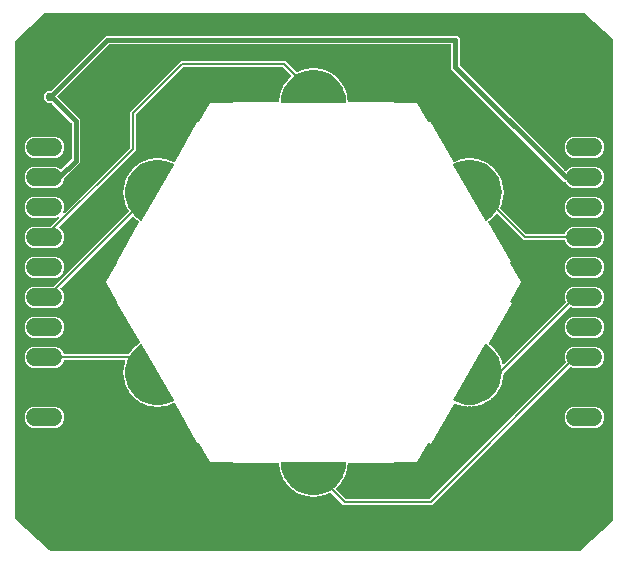
<source format=gbr>
G04 EAGLE Gerber RS-274X export*
G75*
%MOMM*%
%FSLAX34Y34*%
%LPD*%
%INTop Copper*%
%IPPOS*%
%AMOC8*
5,1,8,0,0,1.08239X$1,22.5*%
G01*
%ADD10C,1.000000*%
%ADD11C,1.524000*%
%ADD12C,0.756400*%
%ADD13C,0.406400*%
%ADD14C,0.203200*%

G36*
X-233607Y455661D02*
X-233607Y455661D01*
X-233680Y455659D01*
X-233728Y455641D01*
X-233778Y455633D01*
X-233842Y455599D01*
X-233910Y455574D01*
X-233968Y455533D01*
X-233996Y455518D01*
X-234012Y455501D01*
X-234046Y455476D01*
X-259523Y432425D01*
X-259574Y432362D01*
X-259631Y432306D01*
X-259650Y432267D01*
X-259677Y432233D01*
X-259704Y432157D01*
X-259740Y432085D01*
X-259751Y432029D01*
X-259761Y432002D01*
X-259762Y431974D01*
X-259772Y431921D01*
X-259836Y431098D01*
X-259835Y431076D01*
X-259839Y431038D01*
X-259839Y28039D01*
X-259822Y27934D01*
X-259809Y27828D01*
X-259802Y27813D01*
X-259799Y27797D01*
X-259749Y27702D01*
X-259703Y27606D01*
X-259690Y27590D01*
X-259684Y27579D01*
X-259662Y27558D01*
X-259593Y27479D01*
X-230775Y966D01*
X-230712Y925D01*
X-230654Y876D01*
X-230609Y858D01*
X-230569Y831D01*
X-230496Y812D01*
X-230426Y784D01*
X-230361Y777D01*
X-230331Y769D01*
X-230306Y770D01*
X-230259Y765D01*
X218829Y765D01*
X218904Y777D01*
X218979Y780D01*
X219024Y797D01*
X219072Y805D01*
X219139Y840D01*
X219209Y867D01*
X219262Y906D01*
X219289Y920D01*
X219307Y939D01*
X219345Y966D01*
X246385Y25843D01*
X246451Y25927D01*
X246520Y26009D01*
X246526Y26024D01*
X246537Y26037D01*
X246572Y26138D01*
X246612Y26237D01*
X246614Y26257D01*
X246619Y26269D01*
X246619Y26299D01*
X246631Y26404D01*
X246631Y431038D01*
X246627Y431060D01*
X246628Y431098D01*
X246427Y433653D01*
X246408Y433731D01*
X246398Y433811D01*
X246379Y433849D01*
X246369Y433891D01*
X246326Y433959D01*
X246290Y434032D01*
X246252Y434075D01*
X246237Y434099D01*
X246215Y434117D01*
X246179Y434157D01*
X222627Y455467D01*
X222591Y455490D01*
X222561Y455520D01*
X222488Y455556D01*
X222420Y455600D01*
X222379Y455610D01*
X222341Y455629D01*
X222192Y455658D01*
X222182Y455660D01*
X222179Y455660D01*
X222176Y455661D01*
X222056Y455670D01*
X222034Y455669D01*
X221996Y455673D01*
X-233536Y455673D01*
X-233607Y455661D01*
G37*
%LPC*%
G36*
X7870Y49912D02*
X7870Y49912D01*
X7817Y49962D01*
X7770Y49983D01*
X7728Y50013D01*
X7659Y50035D01*
X7594Y50065D01*
X7543Y50070D01*
X7493Y50086D01*
X7421Y50084D01*
X7349Y50092D01*
X7299Y50081D01*
X7247Y50079D01*
X7180Y50054D01*
X7109Y50039D01*
X7047Y50006D01*
X7016Y49995D01*
X6998Y49980D01*
X6961Y49960D01*
X6827Y49869D01*
X6755Y49864D01*
X6666Y49867D01*
X6633Y49856D01*
X6599Y49854D01*
X6441Y49798D01*
X4457Y48843D01*
X4428Y48823D01*
X4396Y48810D01*
X4328Y48753D01*
X4255Y48702D01*
X4235Y48674D01*
X4208Y48652D01*
X4164Y48586D01*
X3549Y48396D01*
X3519Y48381D01*
X3443Y48355D01*
X2866Y48077D01*
X2794Y48083D01*
X2707Y48098D01*
X2672Y48093D01*
X2638Y48096D01*
X2473Y48064D01*
X369Y47415D01*
X338Y47400D01*
X304Y47392D01*
X228Y47346D01*
X149Y47306D01*
X124Y47281D01*
X95Y47263D01*
X41Y47205D01*
X-596Y47109D01*
X-627Y47099D01*
X-707Y47084D01*
X-1319Y46895D01*
X-1388Y46911D01*
X-1473Y46940D01*
X-1507Y46940D01*
X-1541Y46948D01*
X-1709Y46941D01*
X-3886Y46613D01*
X-3919Y46602D01*
X-3954Y46600D01*
X-4035Y46565D01*
X-4120Y46538D01*
X-4148Y46517D01*
X-4180Y46503D01*
X-4242Y46454D01*
X-4885Y46454D01*
X-4918Y46448D01*
X-4999Y46445D01*
X-5632Y46350D01*
X-5699Y46377D01*
X-5778Y46417D01*
X-5812Y46422D01*
X-5844Y46435D01*
X-6011Y46454D01*
X-8213Y46454D01*
X-8247Y46448D01*
X-8282Y46451D01*
X-8368Y46428D01*
X-8456Y46414D01*
X-8486Y46398D01*
X-8520Y46389D01*
X-8589Y46349D01*
X-9225Y46445D01*
X-9258Y46445D01*
X-9339Y46454D01*
X-9979Y46454D01*
X-10041Y46490D01*
X-10113Y46542D01*
X-10146Y46552D01*
X-10176Y46570D01*
X-10338Y46613D01*
X-12515Y46941D01*
X-12550Y46941D01*
X-12584Y46948D01*
X-12672Y46939D01*
X-12761Y46938D01*
X-12794Y46927D01*
X-12829Y46923D01*
X-12902Y46894D01*
X-13517Y47084D01*
X-13550Y47088D01*
X-13628Y47109D01*
X-14262Y47204D01*
X-14317Y47250D01*
X-14381Y47312D01*
X-14412Y47327D01*
X-14439Y47349D01*
X-14593Y47415D01*
X-16697Y48064D01*
X-16731Y48069D01*
X-16764Y48082D01*
X-16853Y48086D01*
X-16941Y48098D01*
X-16975Y48092D01*
X-17009Y48093D01*
X-17087Y48075D01*
X-17667Y48355D01*
X-17698Y48364D01*
X-17773Y48396D01*
X-18384Y48585D01*
X-18433Y48638D01*
X-18486Y48709D01*
X-18515Y48728D01*
X-18538Y48754D01*
X-18681Y48843D01*
X-20665Y49798D01*
X-20698Y49808D01*
X-20728Y49825D01*
X-20815Y49843D01*
X-20900Y49868D01*
X-20935Y49867D01*
X-20969Y49873D01*
X-21048Y49867D01*
X-21580Y50230D01*
X-21610Y50244D01*
X-21679Y50287D01*
X-22256Y50565D01*
X-22295Y50624D01*
X-22338Y50702D01*
X-22363Y50726D01*
X-22383Y50755D01*
X-22510Y50864D01*
X-24329Y52104D01*
X-24361Y52119D01*
X-24388Y52140D01*
X-24472Y52171D01*
X-24552Y52208D01*
X-24587Y52212D01*
X-24619Y52224D01*
X-24699Y52230D01*
X-25170Y52667D01*
X-25198Y52686D01*
X-25259Y52738D01*
X-25788Y53099D01*
X-25819Y53164D01*
X-25849Y53247D01*
X-25871Y53275D01*
X-25886Y53306D01*
X-25995Y53433D01*
X-27610Y54931D01*
X-27638Y54950D01*
X-27662Y54975D01*
X-27740Y55017D01*
X-27815Y55067D01*
X-27848Y55075D01*
X-27878Y55092D01*
X-27956Y55109D01*
X-28357Y55613D01*
X-28382Y55635D01*
X-28435Y55696D01*
X-28904Y56132D01*
X-28925Y56200D01*
X-28942Y56288D01*
X-28960Y56318D01*
X-28970Y56351D01*
X-29059Y56493D01*
X-30432Y58214D01*
X-30457Y58237D01*
X-30477Y58266D01*
X-30549Y58320D01*
X-30614Y58379D01*
X-30646Y58393D01*
X-30674Y58414D01*
X-30748Y58443D01*
X-31069Y59000D01*
X-31090Y59026D01*
X-31134Y59094D01*
X-31533Y59595D01*
X-31543Y59666D01*
X-31547Y59755D01*
X-31560Y59787D01*
X-31565Y59821D01*
X-31632Y59975D01*
X-32733Y61882D01*
X-32755Y61909D01*
X-32770Y61940D01*
X-32833Y62004D01*
X-32889Y62072D01*
X-32918Y62091D01*
X-32943Y62115D01*
X-33012Y62155D01*
X-33247Y62754D01*
X-33263Y62782D01*
X-33296Y62857D01*
X-33616Y63411D01*
X-33616Y63483D01*
X-33607Y63571D01*
X-33614Y63605D01*
X-33614Y63640D01*
X-33658Y63802D01*
X-34462Y65852D01*
X-34480Y65881D01*
X-34490Y65914D01*
X-34542Y65986D01*
X-34588Y66063D01*
X-34614Y66086D01*
X-34635Y66114D01*
X-34697Y66163D01*
X-34840Y66791D01*
X-34852Y66821D01*
X-34874Y66899D01*
X-35107Y67495D01*
X-35096Y67566D01*
X-35074Y67652D01*
X-35077Y67687D01*
X-35071Y67721D01*
X-35090Y67888D01*
X-35580Y70035D01*
X-35593Y70067D01*
X-35599Y70101D01*
X-35640Y70180D01*
X-35673Y70262D01*
X-35696Y70289D01*
X-35712Y70319D01*
X-35766Y70377D01*
X-35814Y71019D01*
X-35822Y71051D01*
X-35831Y71132D01*
X-35973Y71756D01*
X-35952Y71825D01*
X-35917Y71906D01*
X-35915Y71941D01*
X-35904Y71974D01*
X-35898Y72142D01*
X-36052Y74195D01*
X-36079Y74306D01*
X-36103Y74418D01*
X-36108Y74426D01*
X-36110Y74434D01*
X-36170Y74531D01*
X-36229Y74629D01*
X-36236Y74635D01*
X-36241Y74643D01*
X-36329Y74715D01*
X-36416Y74789D01*
X-36424Y74793D01*
X-36431Y74798D01*
X-36538Y74838D01*
X-36644Y74881D01*
X-36655Y74882D01*
X-36661Y74885D01*
X-36684Y74886D01*
X-36811Y74900D01*
X-75654Y74900D01*
X-75615Y75361D01*
X-75618Y75390D01*
X-75613Y75420D01*
X-75629Y75488D01*
X-75637Y75558D01*
X-75652Y75584D01*
X-75659Y75613D01*
X-75701Y75670D01*
X-75736Y75731D01*
X-75759Y75749D01*
X-75777Y75773D01*
X-75837Y75809D01*
X-75894Y75852D01*
X-75922Y75859D01*
X-75948Y75875D01*
X-76044Y75891D01*
X-76086Y75902D01*
X-76098Y75900D01*
X-76112Y75902D01*
X-94823Y75902D01*
X-104179Y92152D01*
X-104199Y92174D01*
X-104211Y92201D01*
X-104251Y92237D01*
X-104273Y92266D01*
X-104287Y92274D01*
X-104311Y92301D01*
X-104337Y92314D01*
X-104359Y92334D01*
X-104426Y92356D01*
X-104444Y92367D01*
X-104451Y92368D01*
X-104490Y92387D01*
X-104520Y92389D01*
X-104547Y92398D01*
X-104604Y92394D01*
X-104608Y92395D01*
X-104623Y92395D01*
X-104629Y92394D01*
X-104689Y92396D01*
X-104717Y92386D01*
X-104746Y92384D01*
X-104799Y92359D01*
X-104818Y92355D01*
X-104839Y92341D01*
X-104875Y92327D01*
X-104884Y92319D01*
X-104896Y92313D01*
X-105296Y92037D01*
X-124666Y125591D01*
X-124724Y125662D01*
X-124776Y125737D01*
X-124802Y125756D01*
X-124822Y125781D01*
X-124899Y125830D01*
X-124973Y125885D01*
X-125011Y125899D01*
X-125022Y125907D01*
X-125023Y125907D01*
X-125030Y125912D01*
X-125062Y125919D01*
X-125129Y125946D01*
X-125136Y125948D01*
X-125199Y125954D01*
X-125260Y125970D01*
X-125269Y125969D01*
X-125270Y125969D01*
X-125276Y125969D01*
X-125321Y125966D01*
X-125381Y125972D01*
X-125442Y125958D01*
X-125505Y125954D01*
X-125589Y125924D01*
X-125621Y125917D01*
X-125636Y125907D01*
X-125663Y125898D01*
X-127538Y124994D01*
X-127566Y124974D01*
X-127598Y124961D01*
X-127666Y124904D01*
X-127739Y124853D01*
X-127760Y124825D01*
X-127786Y124802D01*
X-127831Y124737D01*
X-128446Y124546D01*
X-128475Y124532D01*
X-128551Y124505D01*
X-129128Y124227D01*
X-129200Y124233D01*
X-129287Y124248D01*
X-129322Y124243D01*
X-129356Y124246D01*
X-129521Y124214D01*
X-131620Y123565D01*
X-131651Y123550D01*
X-131685Y123542D01*
X-131761Y123495D01*
X-131841Y123455D01*
X-131865Y123431D01*
X-131895Y123413D01*
X-131948Y123354D01*
X-132585Y123258D01*
X-132616Y123248D01*
X-132696Y123233D01*
X-133308Y123043D01*
X-133377Y123060D01*
X-133462Y123088D01*
X-133497Y123088D01*
X-133530Y123096D01*
X-133698Y123090D01*
X-135871Y122761D01*
X-135904Y122750D01*
X-135938Y122747D01*
X-136020Y122712D01*
X-136105Y122685D01*
X-136133Y122664D01*
X-136165Y122651D01*
X-136226Y122601D01*
X-136870Y122601D01*
X-136903Y122595D01*
X-136984Y122592D01*
X-137617Y122496D01*
X-137683Y122523D01*
X-137762Y122564D01*
X-137797Y122569D01*
X-137829Y122582D01*
X-137996Y122600D01*
X-140193Y122599D01*
X-140228Y122593D01*
X-140262Y122596D01*
X-140348Y122573D01*
X-140436Y122559D01*
X-140467Y122543D01*
X-140500Y122534D01*
X-140569Y122494D01*
X-141205Y122590D01*
X-141238Y122589D01*
X-141319Y122598D01*
X-141959Y122598D01*
X-142021Y122634D01*
X-142093Y122686D01*
X-142127Y122696D01*
X-142156Y122714D01*
X-142318Y122757D01*
X-144492Y123083D01*
X-144527Y123083D01*
X-144560Y123090D01*
X-144649Y123081D01*
X-144738Y123080D01*
X-144771Y123068D01*
X-144805Y123065D01*
X-144879Y123036D01*
X-145494Y123225D01*
X-145527Y123229D01*
X-145605Y123250D01*
X-146238Y123345D01*
X-146294Y123390D01*
X-146358Y123452D01*
X-146389Y123467D01*
X-146416Y123489D01*
X-146570Y123556D01*
X-148670Y124202D01*
X-148704Y124207D01*
X-148737Y124220D01*
X-148826Y124224D01*
X-148914Y124236D01*
X-148948Y124229D01*
X-148982Y124231D01*
X-149060Y124213D01*
X-149640Y124492D01*
X-149672Y124501D01*
X-149746Y124534D01*
X-150358Y124722D01*
X-150406Y124775D01*
X-150460Y124846D01*
X-150489Y124865D01*
X-150512Y124891D01*
X-150654Y124980D01*
X-152635Y125932D01*
X-152668Y125942D01*
X-152698Y125959D01*
X-152786Y125976D01*
X-152871Y126002D01*
X-152905Y126000D01*
X-152939Y126007D01*
X-153019Y126001D01*
X-153551Y126363D01*
X-153581Y126377D01*
X-153649Y126420D01*
X-154226Y126697D01*
X-154266Y126757D01*
X-154309Y126835D01*
X-154328Y126853D01*
X-154334Y126862D01*
X-154341Y126869D01*
X-154354Y126887D01*
X-154481Y126997D01*
X-156298Y128233D01*
X-156329Y128248D01*
X-156356Y128270D01*
X-156440Y128300D01*
X-156521Y128337D01*
X-156555Y128341D01*
X-156588Y128353D01*
X-156667Y128359D01*
X-157139Y128796D01*
X-157167Y128814D01*
X-157228Y128867D01*
X-157757Y129227D01*
X-157788Y129292D01*
X-157818Y129376D01*
X-157840Y129403D01*
X-157855Y129434D01*
X-157964Y129561D01*
X-159576Y131055D01*
X-159605Y131074D01*
X-159629Y131099D01*
X-159707Y131142D01*
X-159781Y131191D01*
X-159815Y131200D01*
X-159845Y131216D01*
X-159923Y131234D01*
X-160324Y131737D01*
X-160349Y131759D01*
X-160402Y131820D01*
X-160872Y132255D01*
X-160892Y132324D01*
X-160910Y132411D01*
X-160927Y132441D01*
X-160937Y132474D01*
X-161027Y132616D01*
X-162398Y134334D01*
X-162424Y134357D01*
X-162443Y134385D01*
X-162515Y134439D01*
X-162581Y134498D01*
X-162612Y134512D01*
X-162640Y134533D01*
X-162714Y134562D01*
X-163036Y135119D01*
X-163057Y135145D01*
X-163100Y135213D01*
X-163500Y135714D01*
X-163510Y135785D01*
X-163515Y135873D01*
X-163527Y135906D01*
X-163532Y135940D01*
X-163600Y136094D01*
X-164700Y137996D01*
X-164722Y138023D01*
X-164737Y138054D01*
X-164799Y138118D01*
X-164855Y138186D01*
X-164885Y138205D01*
X-164909Y138230D01*
X-164978Y138269D01*
X-165213Y138868D01*
X-165230Y138896D01*
X-165263Y138971D01*
X-165583Y139525D01*
X-165583Y139597D01*
X-165574Y139685D01*
X-165582Y139719D01*
X-165582Y139754D01*
X-165625Y139916D01*
X-166429Y141961D01*
X-166447Y141991D01*
X-166458Y142024D01*
X-166510Y142096D01*
X-166555Y142172D01*
X-166582Y142195D01*
X-166602Y142223D01*
X-166664Y142272D01*
X-166808Y142900D01*
X-166820Y142930D01*
X-166841Y143008D01*
X-167076Y143604D01*
X-167064Y143675D01*
X-167042Y143761D01*
X-167045Y143796D01*
X-167040Y143830D01*
X-167059Y143997D01*
X-167549Y146139D01*
X-167562Y146171D01*
X-167568Y146205D01*
X-167608Y146284D01*
X-167642Y146367D01*
X-167665Y146393D01*
X-167681Y146424D01*
X-167735Y146482D01*
X-167783Y147124D01*
X-167791Y147156D01*
X-167800Y147236D01*
X-167943Y147861D01*
X-167921Y147929D01*
X-167887Y148011D01*
X-167884Y148045D01*
X-167874Y148078D01*
X-167868Y148246D01*
X-168034Y150437D01*
X-168042Y150471D01*
X-168042Y150506D01*
X-168071Y150590D01*
X-168092Y150677D01*
X-168110Y150706D01*
X-168121Y150739D01*
X-168166Y150804D01*
X-168118Y151446D01*
X-168121Y151479D01*
X-168120Y151514D01*
X-168118Y151532D01*
X-168119Y151538D01*
X-168118Y151560D01*
X-168167Y152198D01*
X-168135Y152263D01*
X-168089Y152339D01*
X-168081Y152372D01*
X-168066Y152404D01*
X-168035Y152568D01*
X-167872Y154760D01*
X-167875Y154795D01*
X-167870Y154829D01*
X-167886Y154917D01*
X-167894Y155005D01*
X-167908Y155037D01*
X-167914Y155071D01*
X-167948Y155142D01*
X-167805Y155770D01*
X-167803Y155803D01*
X-167789Y155883D01*
X-167741Y156521D01*
X-167700Y156580D01*
X-167643Y156648D01*
X-167630Y156680D01*
X-167611Y156709D01*
X-167556Y156867D01*
X-167068Y159010D01*
X-167066Y159045D01*
X-167056Y159078D01*
X-167058Y159167D01*
X-167053Y159256D01*
X-167062Y159289D01*
X-167063Y159324D01*
X-167086Y159400D01*
X-166852Y159999D01*
X-166845Y160031D01*
X-166818Y160108D01*
X-166645Y160867D01*
X-166639Y160972D01*
X-166627Y161075D01*
X-166631Y161094D01*
X-166630Y161113D01*
X-166657Y161214D01*
X-166680Y161316D01*
X-166689Y161332D01*
X-166694Y161350D01*
X-166752Y161437D01*
X-166806Y161527D01*
X-166820Y161539D01*
X-166830Y161555D01*
X-166913Y161619D01*
X-166993Y161687D01*
X-167010Y161694D01*
X-167025Y161705D01*
X-167124Y161740D01*
X-167221Y161779D01*
X-167244Y161781D01*
X-167257Y161786D01*
X-167289Y161786D01*
X-167388Y161797D01*
X-217976Y161797D01*
X-218090Y161778D01*
X-218207Y161761D01*
X-218212Y161759D01*
X-218218Y161758D01*
X-218321Y161703D01*
X-218426Y161650D01*
X-218430Y161645D01*
X-218436Y161642D01*
X-218516Y161558D01*
X-218598Y161474D01*
X-218602Y161468D01*
X-218605Y161464D01*
X-218613Y161447D01*
X-218679Y161327D01*
X-219577Y159158D01*
X-222150Y156585D01*
X-225511Y155193D01*
X-244389Y155193D01*
X-247750Y156585D01*
X-250323Y159158D01*
X-251715Y162519D01*
X-251715Y166157D01*
X-250323Y169518D01*
X-247750Y172091D01*
X-244389Y173483D01*
X-225511Y173483D01*
X-222150Y172091D01*
X-219577Y169518D01*
X-218679Y167349D01*
X-218617Y167249D01*
X-218557Y167149D01*
X-218553Y167145D01*
X-218549Y167140D01*
X-218459Y167065D01*
X-218370Y166989D01*
X-218365Y166987D01*
X-218360Y166983D01*
X-218251Y166941D01*
X-218142Y166897D01*
X-218135Y166896D01*
X-218130Y166895D01*
X-218112Y166894D01*
X-217976Y166879D01*
X-164220Y166879D01*
X-164209Y166880D01*
X-164198Y166879D01*
X-164088Y166900D01*
X-163977Y166918D01*
X-163967Y166924D01*
X-163957Y166926D01*
X-163859Y166981D01*
X-163760Y167034D01*
X-163752Y167041D01*
X-163743Y167047D01*
X-163624Y167166D01*
X-163120Y167799D01*
X-163113Y167811D01*
X-163112Y167812D01*
X-163110Y167817D01*
X-163104Y167828D01*
X-163056Y167893D01*
X-162736Y168448D01*
X-162674Y168483D01*
X-162593Y168520D01*
X-162567Y168543D01*
X-162537Y168560D01*
X-162419Y168679D01*
X-161050Y170398D01*
X-161033Y170429D01*
X-161009Y170454D01*
X-160973Y170535D01*
X-160930Y170613D01*
X-160923Y170647D01*
X-160909Y170679D01*
X-160897Y170757D01*
X-160426Y171195D01*
X-160405Y171221D01*
X-160348Y171279D01*
X-159950Y171780D01*
X-159883Y171805D01*
X-159797Y171829D01*
X-159768Y171849D01*
X-159736Y171861D01*
X-159601Y171961D01*
X-157991Y173457D01*
X-157970Y173485D01*
X-157943Y173506D01*
X-157895Y173581D01*
X-157840Y173651D01*
X-157829Y173684D01*
X-157810Y173713D01*
X-157787Y173789D01*
X-157255Y174152D01*
X-157232Y174175D01*
X-157166Y174223D01*
X-156697Y174659D01*
X-156627Y174674D01*
X-156539Y174685D01*
X-156508Y174701D01*
X-156474Y174708D01*
X-156326Y174787D01*
X-154607Y175960D01*
X-154562Y176003D01*
X-154510Y176039D01*
X-154473Y176088D01*
X-154429Y176130D01*
X-154400Y176185D01*
X-154362Y176236D01*
X-154330Y176318D01*
X-154315Y176347D01*
X-154312Y176365D01*
X-154301Y176392D01*
X-154285Y176452D01*
X-154276Y176542D01*
X-154259Y176632D01*
X-154264Y176664D01*
X-154261Y176696D01*
X-154281Y176785D01*
X-154294Y176875D01*
X-154311Y176913D01*
X-154316Y176936D01*
X-154333Y176964D01*
X-154361Y177029D01*
X-173799Y210698D01*
X-173399Y210886D01*
X-173376Y210904D01*
X-173349Y210914D01*
X-173297Y210963D01*
X-173240Y211005D01*
X-173225Y211030D01*
X-173204Y211050D01*
X-173175Y211115D01*
X-173140Y211177D01*
X-173136Y211206D01*
X-173124Y211232D01*
X-173123Y211303D01*
X-173114Y211374D01*
X-173122Y211402D01*
X-173122Y211431D01*
X-173156Y211524D01*
X-173168Y211565D01*
X-173175Y211574D01*
X-173179Y211587D01*
X-182536Y227838D01*
X-173179Y244089D01*
X-173170Y244117D01*
X-173153Y244141D01*
X-173139Y244210D01*
X-173116Y244278D01*
X-173119Y244307D01*
X-173113Y244335D01*
X-173127Y244405D01*
X-173132Y244476D01*
X-173146Y244502D01*
X-173151Y244530D01*
X-173191Y244589D01*
X-173224Y244652D01*
X-173246Y244671D01*
X-173263Y244695D01*
X-173345Y244752D01*
X-173377Y244779D01*
X-173388Y244782D01*
X-173399Y244790D01*
X-173799Y244978D01*
X-154424Y278539D01*
X-154384Y278645D01*
X-154341Y278751D01*
X-154340Y278760D01*
X-154337Y278769D01*
X-154333Y278882D01*
X-154326Y278997D01*
X-154328Y279006D01*
X-154328Y279014D01*
X-154360Y279123D01*
X-154390Y279234D01*
X-154395Y279242D01*
X-154398Y279250D01*
X-154464Y279344D01*
X-154527Y279439D01*
X-154535Y279446D01*
X-154539Y279452D01*
X-154558Y279466D01*
X-154654Y279548D01*
X-156326Y280689D01*
X-156357Y280704D01*
X-156384Y280725D01*
X-156468Y280756D01*
X-156549Y280793D01*
X-156583Y280797D01*
X-156616Y280809D01*
X-156695Y280815D01*
X-157166Y281253D01*
X-157194Y281271D01*
X-157255Y281324D01*
X-157784Y281685D01*
X-157815Y281750D01*
X-157845Y281833D01*
X-157867Y281860D01*
X-157881Y281892D01*
X-157991Y282019D01*
X-159601Y283515D01*
X-159630Y283534D01*
X-159654Y283559D01*
X-159732Y283602D01*
X-159806Y283651D01*
X-159840Y283660D01*
X-159870Y283676D01*
X-160034Y283713D01*
X-160087Y283719D01*
X-160098Y283719D01*
X-160108Y283722D01*
X-160220Y283713D01*
X-160333Y283707D01*
X-160343Y283703D01*
X-160353Y283702D01*
X-160457Y283658D01*
X-160562Y283617D01*
X-160570Y283610D01*
X-160580Y283606D01*
X-160711Y283501D01*
X-221197Y223015D01*
X-221209Y222998D01*
X-221225Y222986D01*
X-221281Y222899D01*
X-221341Y222815D01*
X-221347Y222796D01*
X-221358Y222779D01*
X-221383Y222679D01*
X-221413Y222580D01*
X-221413Y222560D01*
X-221418Y222541D01*
X-221410Y222438D01*
X-221407Y222334D01*
X-221400Y222315D01*
X-221399Y222295D01*
X-221358Y222201D01*
X-221323Y222103D01*
X-221310Y222087D01*
X-221302Y222069D01*
X-221197Y221938D01*
X-219577Y220318D01*
X-218185Y216957D01*
X-218185Y213319D01*
X-219577Y209958D01*
X-222150Y207385D01*
X-225511Y205993D01*
X-244389Y205993D01*
X-247750Y207385D01*
X-250323Y209958D01*
X-251715Y213319D01*
X-251715Y216957D01*
X-250323Y220318D01*
X-247750Y222891D01*
X-244389Y224283D01*
X-227431Y224283D01*
X-227341Y224297D01*
X-227250Y224305D01*
X-227220Y224317D01*
X-227188Y224322D01*
X-227107Y224365D01*
X-227024Y224401D01*
X-226991Y224427D01*
X-226971Y224438D01*
X-226949Y224461D01*
X-226893Y224506D01*
X-163746Y287652D01*
X-163721Y287687D01*
X-163689Y287717D01*
X-163650Y287787D01*
X-163603Y287852D01*
X-163590Y287893D01*
X-163569Y287931D01*
X-163554Y288010D01*
X-163531Y288087D01*
X-163532Y288130D01*
X-163524Y288173D01*
X-163535Y288252D01*
X-163537Y288333D01*
X-163552Y288374D01*
X-163558Y288417D01*
X-163617Y288551D01*
X-163621Y288564D01*
X-163623Y288566D01*
X-163625Y288570D01*
X-164716Y290462D01*
X-164738Y290489D01*
X-164753Y290520D01*
X-164815Y290584D01*
X-164872Y290653D01*
X-164901Y290671D01*
X-164925Y290696D01*
X-164994Y290735D01*
X-165229Y291335D01*
X-165246Y291363D01*
X-165278Y291437D01*
X-165598Y291992D01*
X-165597Y292064D01*
X-165588Y292152D01*
X-165596Y292186D01*
X-165596Y292221D01*
X-165639Y292383D01*
X-166441Y294429D01*
X-166459Y294459D01*
X-166469Y294492D01*
X-166521Y294564D01*
X-166567Y294640D01*
X-166593Y294663D01*
X-166613Y294691D01*
X-166675Y294741D01*
X-166818Y295368D01*
X-166831Y295399D01*
X-166852Y295477D01*
X-166919Y295649D01*
X-167085Y296073D01*
X-167074Y296144D01*
X-167052Y296230D01*
X-167054Y296265D01*
X-167049Y296299D01*
X-167068Y296466D01*
X-167556Y298609D01*
X-167569Y298641D01*
X-167574Y298675D01*
X-167615Y298754D01*
X-167648Y298836D01*
X-167671Y298863D01*
X-167687Y298893D01*
X-167741Y298952D01*
X-167789Y299593D01*
X-167796Y299625D01*
X-167805Y299706D01*
X-167948Y300330D01*
X-167926Y300399D01*
X-167891Y300481D01*
X-167889Y300515D01*
X-167878Y300548D01*
X-167872Y300716D01*
X-168035Y302907D01*
X-168043Y302941D01*
X-168043Y302976D01*
X-168072Y303060D01*
X-168093Y303147D01*
X-168111Y303176D01*
X-168122Y303209D01*
X-168167Y303274D01*
X-168118Y303916D01*
X-168121Y303949D01*
X-168118Y304030D01*
X-168166Y304669D01*
X-168134Y304733D01*
X-168088Y304809D01*
X-168080Y304843D01*
X-168065Y304874D01*
X-168034Y305039D01*
X-167868Y307230D01*
X-167871Y307265D01*
X-167866Y307299D01*
X-167882Y307386D01*
X-167889Y307475D01*
X-167903Y307507D01*
X-167909Y307541D01*
X-167944Y307612D01*
X-167800Y308240D01*
X-167798Y308273D01*
X-167783Y308352D01*
X-167735Y308991D01*
X-167694Y309050D01*
X-167637Y309118D01*
X-167624Y309150D01*
X-167604Y309179D01*
X-167549Y309337D01*
X-167059Y311479D01*
X-167057Y311514D01*
X-167047Y311547D01*
X-167049Y311636D01*
X-167043Y311725D01*
X-167052Y311758D01*
X-167053Y311793D01*
X-167077Y311869D01*
X-166841Y312468D01*
X-166834Y312500D01*
X-166808Y312576D01*
X-166665Y313201D01*
X-166616Y313253D01*
X-166549Y313312D01*
X-166531Y313342D01*
X-166508Y313367D01*
X-166429Y313515D01*
X-165625Y315561D01*
X-165618Y315594D01*
X-165603Y315626D01*
X-165592Y315714D01*
X-165574Y315801D01*
X-165577Y315835D01*
X-165573Y315870D01*
X-165585Y315948D01*
X-165263Y316505D01*
X-165251Y316536D01*
X-165213Y316608D01*
X-164979Y317204D01*
X-164923Y317248D01*
X-164848Y317296D01*
X-164826Y317323D01*
X-164799Y317345D01*
X-164700Y317480D01*
X-163600Y319382D01*
X-163587Y319415D01*
X-163568Y319444D01*
X-163546Y319524D01*
X-163545Y319524D01*
X-163544Y319529D01*
X-163512Y319613D01*
X-163511Y319647D01*
X-163502Y319681D01*
X-163502Y319760D01*
X-163100Y320263D01*
X-163084Y320292D01*
X-163036Y320357D01*
X-162716Y320911D01*
X-162653Y320946D01*
X-162572Y320983D01*
X-162547Y321007D01*
X-162517Y321024D01*
X-162398Y321142D01*
X-161027Y322860D01*
X-161010Y322890D01*
X-160986Y322916D01*
X-160950Y322997D01*
X-160906Y323074D01*
X-160900Y323108D01*
X-160886Y323140D01*
X-160874Y323219D01*
X-160402Y323656D01*
X-160382Y323682D01*
X-160324Y323739D01*
X-159925Y324240D01*
X-159858Y324265D01*
X-159772Y324289D01*
X-159744Y324309D01*
X-159711Y324321D01*
X-159576Y324421D01*
X-157964Y325915D01*
X-157943Y325942D01*
X-157916Y325964D01*
X-157868Y326039D01*
X-157813Y326109D01*
X-157802Y326142D01*
X-157783Y326171D01*
X-157760Y326247D01*
X-157228Y326609D01*
X-157204Y326632D01*
X-157139Y326680D01*
X-156669Y327115D01*
X-156599Y327131D01*
X-156511Y327142D01*
X-156480Y327157D01*
X-156446Y327164D01*
X-156298Y327243D01*
X-154481Y328479D01*
X-154456Y328503D01*
X-154426Y328521D01*
X-154367Y328588D01*
X-154303Y328649D01*
X-154287Y328680D01*
X-154264Y328706D01*
X-154229Y328777D01*
X-153649Y329056D01*
X-153622Y329075D01*
X-153551Y329113D01*
X-153021Y329473D01*
X-152950Y329478D01*
X-152861Y329476D01*
X-152828Y329486D01*
X-152793Y329488D01*
X-152635Y329544D01*
X-150654Y330496D01*
X-150626Y330516D01*
X-150594Y330529D01*
X-150526Y330586D01*
X-150453Y330637D01*
X-150432Y330665D01*
X-150406Y330687D01*
X-150361Y330753D01*
X-149746Y330942D01*
X-149716Y330957D01*
X-149640Y330984D01*
X-149063Y331261D01*
X-148991Y331255D01*
X-148904Y331240D01*
X-148869Y331245D01*
X-148835Y331242D01*
X-148670Y331274D01*
X-146570Y331920D01*
X-146539Y331935D01*
X-146505Y331943D01*
X-146429Y331990D01*
X-146349Y332029D01*
X-146325Y332054D01*
X-146295Y332072D01*
X-146241Y332130D01*
X-145605Y332226D01*
X-145573Y332236D01*
X-145494Y332251D01*
X-144882Y332440D01*
X-144812Y332423D01*
X-144728Y332395D01*
X-144693Y332395D01*
X-144659Y332387D01*
X-144492Y332393D01*
X-142318Y332719D01*
X-142285Y332730D01*
X-142251Y332733D01*
X-142169Y332767D01*
X-142084Y332795D01*
X-142056Y332815D01*
X-142024Y332829D01*
X-141962Y332878D01*
X-141319Y332878D01*
X-141286Y332883D01*
X-141205Y332886D01*
X-140572Y332981D01*
X-140506Y332955D01*
X-140426Y332914D01*
X-140392Y332909D01*
X-140360Y332896D01*
X-140193Y332877D01*
X-137996Y332876D01*
X-137961Y332881D01*
X-137927Y332879D01*
X-137841Y332901D01*
X-137753Y332915D01*
X-137722Y332932D01*
X-137689Y332940D01*
X-137620Y332980D01*
X-136984Y332884D01*
X-136950Y332884D01*
X-136870Y332875D01*
X-136230Y332875D01*
X-136168Y332838D01*
X-136096Y332786D01*
X-136063Y332776D01*
X-136033Y332759D01*
X-135871Y332715D01*
X-133698Y332386D01*
X-133663Y332387D01*
X-133629Y332379D01*
X-133541Y332388D01*
X-133452Y332389D01*
X-133419Y332401D01*
X-133385Y332404D01*
X-133311Y332433D01*
X-132696Y332243D01*
X-132663Y332239D01*
X-132585Y332218D01*
X-131952Y332122D01*
X-131896Y332077D01*
X-131832Y332015D01*
X-131801Y332000D01*
X-131774Y331978D01*
X-131620Y331911D01*
X-129521Y331262D01*
X-129487Y331257D01*
X-129454Y331245D01*
X-129365Y331240D01*
X-129277Y331228D01*
X-129243Y331235D01*
X-129209Y331233D01*
X-129131Y331251D01*
X-128551Y330971D01*
X-128520Y330962D01*
X-128446Y330930D01*
X-127834Y330740D01*
X-127785Y330687D01*
X-127732Y330616D01*
X-127703Y330597D01*
X-127680Y330571D01*
X-127538Y330482D01*
X-125749Y329620D01*
X-125640Y329587D01*
X-125530Y329552D01*
X-125521Y329552D01*
X-125513Y329550D01*
X-125399Y329554D01*
X-125284Y329556D01*
X-125276Y329559D01*
X-125267Y329559D01*
X-125160Y329600D01*
X-125052Y329638D01*
X-125045Y329643D01*
X-125037Y329646D01*
X-124949Y329719D01*
X-124858Y329789D01*
X-124852Y329798D01*
X-124847Y329802D01*
X-124835Y329821D01*
X-124759Y329925D01*
X-105296Y363639D01*
X-104896Y363363D01*
X-104869Y363351D01*
X-104847Y363332D01*
X-104779Y363312D01*
X-104714Y363284D01*
X-104684Y363284D01*
X-104656Y363276D01*
X-104586Y363284D01*
X-104515Y363283D01*
X-104488Y363295D01*
X-104458Y363298D01*
X-104397Y363333D01*
X-104331Y363360D01*
X-104311Y363381D01*
X-104285Y363396D01*
X-104223Y363471D01*
X-104193Y363502D01*
X-104188Y363513D01*
X-104179Y363524D01*
X-94823Y379774D01*
X-76112Y379774D01*
X-76083Y379780D01*
X-76053Y379777D01*
X-75986Y379799D01*
X-75917Y379813D01*
X-75893Y379830D01*
X-75864Y379840D01*
X-75811Y379886D01*
X-75753Y379926D01*
X-75737Y379951D01*
X-75715Y379971D01*
X-75684Y380034D01*
X-75646Y380093D01*
X-75641Y380123D01*
X-75628Y380150D01*
X-75620Y380247D01*
X-75613Y380290D01*
X-75616Y380301D01*
X-75615Y380315D01*
X-75654Y380776D01*
X-36811Y380776D01*
X-36698Y380795D01*
X-36585Y380811D01*
X-36577Y380815D01*
X-36568Y380816D01*
X-36467Y380869D01*
X-36365Y380921D01*
X-36359Y380927D01*
X-36351Y380931D01*
X-36272Y381014D01*
X-36192Y381095D01*
X-36188Y381103D01*
X-36182Y381109D01*
X-36133Y381213D01*
X-36083Y381316D01*
X-36081Y381326D01*
X-36078Y381333D01*
X-36075Y381355D01*
X-36052Y381481D01*
X-35898Y383534D01*
X-35901Y383569D01*
X-35896Y383603D01*
X-35912Y383691D01*
X-35919Y383779D01*
X-35933Y383811D01*
X-35940Y383845D01*
X-35974Y383917D01*
X-35831Y384544D01*
X-35829Y384577D01*
X-35814Y384657D01*
X-35766Y385295D01*
X-35725Y385354D01*
X-35668Y385422D01*
X-35655Y385455D01*
X-35636Y385483D01*
X-35580Y385641D01*
X-35090Y387788D01*
X-35088Y387823D01*
X-35078Y387856D01*
X-35081Y387945D01*
X-35075Y388034D01*
X-35084Y388067D01*
X-35085Y388102D01*
X-35109Y388178D01*
X-34874Y388777D01*
X-34867Y388809D01*
X-34840Y388885D01*
X-34698Y389510D01*
X-34648Y389562D01*
X-34582Y389621D01*
X-34564Y389651D01*
X-34540Y389676D01*
X-34462Y389824D01*
X-33658Y391874D01*
X-33651Y391908D01*
X-33636Y391939D01*
X-33625Y392028D01*
X-33606Y392115D01*
X-33610Y392149D01*
X-33606Y392183D01*
X-33618Y392262D01*
X-33296Y392819D01*
X-33284Y392850D01*
X-33247Y392922D01*
X-33013Y393518D01*
X-32956Y393562D01*
X-32882Y393610D01*
X-32860Y393638D01*
X-32833Y393659D01*
X-32733Y393794D01*
X-31632Y395701D01*
X-31620Y395733D01*
X-31601Y395762D01*
X-31577Y395848D01*
X-31545Y395931D01*
X-31544Y395966D01*
X-31535Y395999D01*
X-31535Y396079D01*
X-31134Y396582D01*
X-31117Y396611D01*
X-31069Y396676D01*
X-30749Y397230D01*
X-30687Y397266D01*
X-30606Y397302D01*
X-30581Y397326D01*
X-30550Y397343D01*
X-30432Y397462D01*
X-29059Y399183D01*
X-29042Y399213D01*
X-29034Y399222D01*
X-29025Y399232D01*
X-29024Y399233D01*
X-29019Y399239D01*
X-28982Y399320D01*
X-28939Y399398D01*
X-28933Y399430D01*
X-28921Y399455D01*
X-28921Y399458D01*
X-28918Y399464D01*
X-28906Y399542D01*
X-28435Y399980D01*
X-28414Y400006D01*
X-28357Y400063D01*
X-27958Y400564D01*
X-27891Y400590D01*
X-27805Y400614D01*
X-27777Y400633D01*
X-27744Y400646D01*
X-27610Y400745D01*
X-25995Y402243D01*
X-25974Y402270D01*
X-25947Y402292D01*
X-25899Y402367D01*
X-25845Y402437D01*
X-25833Y402470D01*
X-25814Y402499D01*
X-25765Y402659D01*
X-25759Y402695D01*
X-25758Y402734D01*
X-25748Y402773D01*
X-25754Y402857D01*
X-25752Y402941D01*
X-25764Y402979D01*
X-25767Y403018D01*
X-25800Y403095D01*
X-25825Y403176D01*
X-25848Y403208D01*
X-25863Y403244D01*
X-25968Y403375D01*
X-32579Y409986D01*
X-32653Y410039D01*
X-32723Y410099D01*
X-32753Y410111D01*
X-32779Y410130D01*
X-32866Y410157D01*
X-32951Y410191D01*
X-32992Y410195D01*
X-33014Y410202D01*
X-33046Y410201D01*
X-33118Y410209D01*
X-116742Y410209D01*
X-116832Y410195D01*
X-116923Y410187D01*
X-116953Y410175D01*
X-116985Y410170D01*
X-117066Y410127D01*
X-117150Y410091D01*
X-117182Y410065D01*
X-117202Y410054D01*
X-117225Y410031D01*
X-117281Y409986D01*
X-157256Y370011D01*
X-157309Y369937D01*
X-157369Y369867D01*
X-157381Y369837D01*
X-157400Y369811D01*
X-157427Y369724D01*
X-157461Y369639D01*
X-157465Y369598D01*
X-157472Y369576D01*
X-157471Y369544D01*
X-157479Y369472D01*
X-157479Y339816D01*
X-222373Y274922D01*
X-222400Y274885D01*
X-222433Y274854D01*
X-222471Y274785D01*
X-222516Y274722D01*
X-222530Y274678D01*
X-222552Y274638D01*
X-222566Y274562D01*
X-222589Y274487D01*
X-222587Y274441D01*
X-222596Y274396D01*
X-222584Y274319D01*
X-222582Y274241D01*
X-222567Y274198D01*
X-222560Y274153D01*
X-222525Y274083D01*
X-222498Y274010D01*
X-222469Y273975D01*
X-222448Y273934D01*
X-222393Y273879D01*
X-222344Y273818D01*
X-222306Y273794D01*
X-222273Y273761D01*
X-222157Y273698D01*
X-219577Y271118D01*
X-218185Y267757D01*
X-218185Y264119D01*
X-219577Y260758D01*
X-222150Y258185D01*
X-225511Y256793D01*
X-244389Y256793D01*
X-247750Y258185D01*
X-250323Y260758D01*
X-251715Y264119D01*
X-251715Y267757D01*
X-250323Y271118D01*
X-247750Y273691D01*
X-244389Y275083D01*
X-229714Y275083D01*
X-229624Y275097D01*
X-229533Y275105D01*
X-229503Y275117D01*
X-229471Y275122D01*
X-229390Y275165D01*
X-229306Y275201D01*
X-229274Y275227D01*
X-229254Y275238D01*
X-229231Y275261D01*
X-229175Y275306D01*
X-222715Y281766D01*
X-222658Y281845D01*
X-222596Y281920D01*
X-222587Y281945D01*
X-222571Y281966D01*
X-222543Y282059D01*
X-222508Y282150D01*
X-222507Y282176D01*
X-222499Y282201D01*
X-222501Y282298D01*
X-222497Y282396D01*
X-222505Y282421D01*
X-222505Y282447D01*
X-222539Y282538D01*
X-222566Y282632D01*
X-222581Y282653D01*
X-222590Y282678D01*
X-222651Y282754D01*
X-222706Y282834D01*
X-222727Y282850D01*
X-222743Y282870D01*
X-222825Y282923D01*
X-222904Y282981D01*
X-222928Y282989D01*
X-222950Y283003D01*
X-223045Y283027D01*
X-223137Y283057D01*
X-223164Y283057D01*
X-223189Y283063D01*
X-223286Y283056D01*
X-223383Y283055D01*
X-223415Y283045D01*
X-223434Y283044D01*
X-223464Y283031D01*
X-223544Y283008D01*
X-225511Y282193D01*
X-244389Y282193D01*
X-247750Y283585D01*
X-250323Y286158D01*
X-251715Y289519D01*
X-251715Y293157D01*
X-250323Y296518D01*
X-247750Y299091D01*
X-244389Y300483D01*
X-225511Y300483D01*
X-222150Y299091D01*
X-219577Y296518D01*
X-218185Y293157D01*
X-218185Y289519D01*
X-219000Y287552D01*
X-219022Y287458D01*
X-219051Y287365D01*
X-219050Y287338D01*
X-219056Y287313D01*
X-219047Y287216D01*
X-219044Y287119D01*
X-219035Y287094D01*
X-219033Y287068D01*
X-218993Y286979D01*
X-218960Y286888D01*
X-218944Y286867D01*
X-218933Y286843D01*
X-218867Y286772D01*
X-218806Y286696D01*
X-218784Y286682D01*
X-218767Y286662D01*
X-218681Y286615D01*
X-218599Y286563D01*
X-218574Y286556D01*
X-218551Y286544D01*
X-218455Y286526D01*
X-218361Y286503D01*
X-218335Y286505D01*
X-218309Y286500D01*
X-218212Y286514D01*
X-218116Y286522D01*
X-218092Y286532D01*
X-218066Y286536D01*
X-217979Y286580D01*
X-217889Y286618D01*
X-217864Y286638D01*
X-217846Y286647D01*
X-217823Y286671D01*
X-217758Y286723D01*
X-162784Y341697D01*
X-162731Y341771D01*
X-162671Y341841D01*
X-162659Y341871D01*
X-162640Y341897D01*
X-162613Y341984D01*
X-162579Y342069D01*
X-162575Y342110D01*
X-162568Y342132D01*
X-162569Y342164D01*
X-162561Y342236D01*
X-162561Y371892D01*
X-119162Y415291D01*
X-30698Y415291D01*
X-21465Y406058D01*
X-21453Y406049D01*
X-21443Y406037D01*
X-21353Y405978D01*
X-21265Y405915D01*
X-21258Y405912D01*
X-21251Y405910D01*
X-21238Y405902D01*
X-21133Y405874D01*
X-21030Y405842D01*
X-21015Y405843D01*
X-21000Y405839D01*
X-20892Y405846D01*
X-20784Y405849D01*
X-20770Y405854D01*
X-20755Y405855D01*
X-20596Y405910D01*
X-18681Y406833D01*
X-18652Y406853D01*
X-18620Y406866D01*
X-18552Y406923D01*
X-18479Y406974D01*
X-18459Y407002D01*
X-18432Y407024D01*
X-18388Y407090D01*
X-17773Y407280D01*
X-17743Y407295D01*
X-17667Y407321D01*
X-17090Y407599D01*
X-17018Y407593D01*
X-16931Y407578D01*
X-16896Y407583D01*
X-16862Y407580D01*
X-16697Y407612D01*
X-14593Y408261D01*
X-14562Y408276D01*
X-14528Y408284D01*
X-14452Y408330D01*
X-14373Y408370D01*
X-14348Y408395D01*
X-14319Y408413D01*
X-14265Y408471D01*
X-13628Y408567D01*
X-13597Y408577D01*
X-13517Y408592D01*
X-12905Y408781D01*
X-12836Y408765D01*
X-12751Y408736D01*
X-12717Y408736D01*
X-12683Y408728D01*
X-12515Y408735D01*
X-10338Y409063D01*
X-10305Y409074D01*
X-10270Y409076D01*
X-10189Y409111D01*
X-10104Y409138D01*
X-10076Y409159D01*
X-10044Y409173D01*
X-9982Y409222D01*
X-9339Y409222D01*
X-9306Y409228D01*
X-9225Y409231D01*
X-8592Y409326D01*
X-8525Y409299D01*
X-8446Y409259D01*
X-8412Y409254D01*
X-8380Y409241D01*
X-8213Y409222D01*
X-6011Y409222D01*
X-5977Y409228D01*
X-5942Y409225D01*
X-5856Y409248D01*
X-5768Y409262D01*
X-5738Y409278D01*
X-5704Y409287D01*
X-5635Y409327D01*
X-4999Y409231D01*
X-4966Y409231D01*
X-4885Y409222D01*
X-4245Y409222D01*
X-4183Y409186D01*
X-4111Y409134D01*
X-4078Y409124D01*
X-4048Y409106D01*
X-3886Y409063D01*
X-1709Y408735D01*
X-1674Y408735D01*
X-1640Y408728D01*
X-1552Y408737D01*
X-1463Y408738D01*
X-1430Y408749D01*
X-1395Y408753D01*
X-1322Y408782D01*
X-707Y408592D01*
X-674Y408588D01*
X-596Y408567D01*
X38Y408472D01*
X93Y408426D01*
X157Y408364D01*
X188Y408349D01*
X215Y408327D01*
X369Y408261D01*
X2473Y407612D01*
X2507Y407607D01*
X2540Y407594D01*
X2629Y407590D01*
X2717Y407578D01*
X2751Y407584D01*
X2785Y407583D01*
X2863Y407601D01*
X3443Y407321D01*
X3474Y407312D01*
X3549Y407280D01*
X4160Y407091D01*
X4209Y407038D01*
X4262Y406967D01*
X4291Y406948D01*
X4314Y406922D01*
X4457Y406833D01*
X6441Y405878D01*
X6474Y405868D01*
X6504Y405851D01*
X6591Y405833D01*
X6677Y405808D01*
X6711Y405809D01*
X6745Y405803D01*
X6824Y405809D01*
X7356Y405446D01*
X7386Y405432D01*
X7455Y405389D01*
X8032Y405111D01*
X8071Y405052D01*
X8114Y404974D01*
X8139Y404950D01*
X8159Y404921D01*
X8286Y404812D01*
X10105Y403572D01*
X10137Y403557D01*
X10164Y403536D01*
X10248Y403505D01*
X10328Y403468D01*
X10363Y403464D01*
X10395Y403452D01*
X10475Y403446D01*
X10946Y403009D01*
X10974Y402990D01*
X11035Y402938D01*
X11564Y402577D01*
X11595Y402512D01*
X11625Y402429D01*
X11647Y402401D01*
X11662Y402370D01*
X11771Y402243D01*
X13386Y400745D01*
X13414Y400726D01*
X13438Y400701D01*
X13516Y400659D01*
X13591Y400609D01*
X13624Y400601D01*
X13654Y400584D01*
X13732Y400567D01*
X14133Y400063D01*
X14158Y400041D01*
X14211Y399980D01*
X14680Y399544D01*
X14701Y399476D01*
X14718Y399388D01*
X14722Y399382D01*
X14722Y399380D01*
X14736Y399357D01*
X14746Y399325D01*
X14835Y399183D01*
X16208Y397462D01*
X16234Y397439D01*
X16253Y397410D01*
X16324Y397356D01*
X16390Y397297D01*
X16422Y397283D01*
X16450Y397262D01*
X16524Y397233D01*
X16846Y396676D01*
X16866Y396650D01*
X16910Y396582D01*
X17309Y396081D01*
X17319Y396010D01*
X17323Y395921D01*
X17336Y395889D01*
X17341Y395855D01*
X17408Y395701D01*
X18509Y393794D01*
X18531Y393767D01*
X18546Y393736D01*
X18609Y393672D01*
X18665Y393604D01*
X18694Y393585D01*
X18719Y393561D01*
X18788Y393521D01*
X19023Y392922D01*
X19039Y392894D01*
X19072Y392819D01*
X19392Y392265D01*
X19392Y392193D01*
X19383Y392105D01*
X19390Y392071D01*
X19390Y392036D01*
X19434Y391874D01*
X20238Y389824D01*
X20256Y389795D01*
X20266Y389762D01*
X20318Y389690D01*
X20364Y389613D01*
X20390Y389590D01*
X20411Y389562D01*
X20473Y389513D01*
X20616Y388885D01*
X20628Y388855D01*
X20650Y388777D01*
X20883Y388181D01*
X20872Y388110D01*
X20850Y388024D01*
X20853Y387989D01*
X20847Y387955D01*
X20866Y387788D01*
X21356Y385641D01*
X21369Y385609D01*
X21375Y385575D01*
X21416Y385496D01*
X21449Y385414D01*
X21472Y385387D01*
X21488Y385357D01*
X21542Y385299D01*
X21590Y384657D01*
X21598Y384625D01*
X21607Y384544D01*
X21749Y383920D01*
X21728Y383851D01*
X21693Y383769D01*
X21691Y383735D01*
X21680Y383702D01*
X21674Y383534D01*
X21828Y381481D01*
X21855Y381370D01*
X21879Y381258D01*
X21884Y381250D01*
X21886Y381242D01*
X21946Y381145D01*
X22005Y381047D01*
X22012Y381041D01*
X22017Y381033D01*
X22105Y380961D01*
X22192Y380887D01*
X22200Y380883D01*
X22207Y380878D01*
X22314Y380838D01*
X22420Y380795D01*
X22431Y380794D01*
X22437Y380791D01*
X22460Y380790D01*
X22587Y380776D01*
X61430Y380776D01*
X61391Y380315D01*
X61394Y380286D01*
X61389Y380256D01*
X61405Y380188D01*
X61413Y380118D01*
X61428Y380092D01*
X61435Y380063D01*
X61477Y380006D01*
X61512Y379945D01*
X61535Y379927D01*
X61553Y379903D01*
X61613Y379867D01*
X61670Y379824D01*
X61698Y379817D01*
X61724Y379801D01*
X61820Y379785D01*
X61862Y379774D01*
X61874Y379776D01*
X61888Y379774D01*
X80599Y379774D01*
X89955Y363524D01*
X89975Y363502D01*
X89987Y363475D01*
X90040Y363428D01*
X90087Y363375D01*
X90113Y363362D01*
X90135Y363342D01*
X90202Y363319D01*
X90266Y363289D01*
X90296Y363288D01*
X90323Y363278D01*
X90394Y363283D01*
X90465Y363280D01*
X90493Y363290D01*
X90522Y363292D01*
X90611Y363334D01*
X90651Y363349D01*
X90660Y363357D01*
X90672Y363363D01*
X91874Y364196D01*
X111352Y330320D01*
X111426Y330230D01*
X111496Y330140D01*
X111503Y330136D01*
X111508Y330130D01*
X111606Y330068D01*
X111702Y330005D01*
X111709Y330003D01*
X111716Y329999D01*
X111828Y329971D01*
X111939Y329942D01*
X111947Y329943D01*
X111955Y329941D01*
X112070Y329951D01*
X112185Y329958D01*
X112194Y329961D01*
X112200Y329962D01*
X112220Y329971D01*
X112343Y330014D01*
X113314Y330482D01*
X113342Y330502D01*
X113374Y330515D01*
X113442Y330572D01*
X113515Y330623D01*
X113536Y330651D01*
X113562Y330674D01*
X113607Y330739D01*
X114222Y330930D01*
X114251Y330944D01*
X114327Y330971D01*
X114904Y331249D01*
X114976Y331243D01*
X115063Y331228D01*
X115098Y331233D01*
X115132Y331230D01*
X115297Y331262D01*
X117396Y331911D01*
X117427Y331926D01*
X117461Y331934D01*
X117537Y331981D01*
X117617Y332021D01*
X117641Y332045D01*
X117671Y332063D01*
X117724Y332122D01*
X118361Y332218D01*
X118392Y332228D01*
X118472Y332243D01*
X119084Y332433D01*
X119153Y332416D01*
X119238Y332388D01*
X119273Y332388D01*
X119306Y332380D01*
X119474Y332386D01*
X121647Y332715D01*
X121680Y332726D01*
X121714Y332729D01*
X121796Y332764D01*
X121881Y332791D01*
X121909Y332812D01*
X121941Y332825D01*
X122002Y332875D01*
X122646Y332875D01*
X122679Y332881D01*
X122760Y332884D01*
X123393Y332980D01*
X123459Y332953D01*
X123538Y332912D01*
X123573Y332907D01*
X123605Y332894D01*
X123772Y332876D01*
X125969Y332877D01*
X126004Y332883D01*
X126038Y332880D01*
X126124Y332903D01*
X126212Y332917D01*
X126243Y332933D01*
X126276Y332942D01*
X126345Y332982D01*
X126981Y332886D01*
X127014Y332887D01*
X127095Y332878D01*
X127735Y332878D01*
X127797Y332842D01*
X127869Y332790D01*
X127903Y332780D01*
X127932Y332762D01*
X128094Y332719D01*
X130268Y332393D01*
X130303Y332393D01*
X130336Y332386D01*
X130425Y332395D01*
X130514Y332396D01*
X130547Y332408D01*
X130581Y332411D01*
X130655Y332440D01*
X131270Y332251D01*
X131303Y332247D01*
X131381Y332226D01*
X132014Y332131D01*
X132070Y332086D01*
X132134Y332024D01*
X132165Y332009D01*
X132192Y331987D01*
X132346Y331920D01*
X134446Y331274D01*
X134480Y331269D01*
X134513Y331256D01*
X134602Y331252D01*
X134690Y331240D01*
X134724Y331247D01*
X134758Y331245D01*
X134836Y331263D01*
X135416Y330984D01*
X135448Y330975D01*
X135522Y330942D01*
X136134Y330754D01*
X136182Y330701D01*
X136236Y330630D01*
X136265Y330611D01*
X136288Y330585D01*
X136430Y330496D01*
X138411Y329544D01*
X138444Y329534D01*
X138474Y329517D01*
X138562Y329500D01*
X138647Y329474D01*
X138681Y329476D01*
X138715Y329469D01*
X138795Y329475D01*
X139327Y329113D01*
X139357Y329099D01*
X139425Y329056D01*
X140002Y328779D01*
X140042Y328719D01*
X140085Y328641D01*
X140110Y328617D01*
X140130Y328589D01*
X140257Y328479D01*
X142074Y327243D01*
X142105Y327228D01*
X142132Y327206D01*
X142216Y327176D01*
X142297Y327139D01*
X142331Y327135D01*
X142364Y327123D01*
X142443Y327117D01*
X142915Y326680D01*
X142943Y326662D01*
X143004Y326609D01*
X143533Y326249D01*
X143564Y326184D01*
X143594Y326100D01*
X143616Y326073D01*
X143631Y326042D01*
X143740Y325915D01*
X145352Y324421D01*
X145381Y324402D01*
X145405Y324377D01*
X145483Y324334D01*
X145557Y324285D01*
X145591Y324276D01*
X145621Y324260D01*
X145699Y324242D01*
X146100Y323739D01*
X146125Y323717D01*
X146178Y323656D01*
X146648Y323221D01*
X146668Y323152D01*
X146686Y323065D01*
X146703Y323035D01*
X146713Y323002D01*
X146803Y322860D01*
X148174Y321142D01*
X148200Y321119D01*
X148219Y321091D01*
X148291Y321037D01*
X148357Y320978D01*
X148388Y320964D01*
X148416Y320943D01*
X148490Y320914D01*
X148812Y320357D01*
X148833Y320331D01*
X148876Y320263D01*
X149276Y319762D01*
X149286Y319691D01*
X149291Y319603D01*
X149303Y319570D01*
X149308Y319536D01*
X149376Y319382D01*
X150476Y317480D01*
X150498Y317453D01*
X150513Y317422D01*
X150575Y317358D01*
X150631Y317290D01*
X150661Y317271D01*
X150685Y317246D01*
X150754Y317207D01*
X150989Y316608D01*
X151006Y316580D01*
X151039Y316505D01*
X151359Y315951D01*
X151359Y315879D01*
X151350Y315791D01*
X151358Y315757D01*
X151358Y315722D01*
X151401Y315560D01*
X152205Y313515D01*
X152223Y313485D01*
X152234Y313452D01*
X152286Y313380D01*
X152331Y313304D01*
X152358Y313281D01*
X152378Y313253D01*
X152440Y313204D01*
X152584Y312576D01*
X152596Y312546D01*
X152617Y312468D01*
X152852Y311872D01*
X152840Y311801D01*
X152818Y311715D01*
X152821Y311680D01*
X152816Y311646D01*
X152835Y311479D01*
X153325Y309337D01*
X153338Y309305D01*
X153344Y309271D01*
X153384Y309192D01*
X153418Y309109D01*
X153441Y309083D01*
X153457Y309052D01*
X153511Y308994D01*
X153559Y308352D01*
X153567Y308320D01*
X153576Y308240D01*
X153719Y307615D01*
X153697Y307547D01*
X153663Y307465D01*
X153660Y307431D01*
X153650Y307398D01*
X153644Y307230D01*
X153810Y305039D01*
X153818Y305005D01*
X153818Y304970D01*
X153847Y304886D01*
X153868Y304799D01*
X153886Y304770D01*
X153897Y304737D01*
X153942Y304672D01*
X153894Y304030D01*
X153897Y303997D01*
X153894Y303916D01*
X153943Y303278D01*
X153911Y303213D01*
X153865Y303137D01*
X153857Y303103D01*
X153842Y303072D01*
X153811Y302907D01*
X153648Y300716D01*
X153651Y300681D01*
X153646Y300647D01*
X153662Y300559D01*
X153670Y300471D01*
X153684Y300439D01*
X153690Y300405D01*
X153724Y300334D01*
X153581Y299706D01*
X153579Y299673D01*
X153565Y299593D01*
X153517Y298955D01*
X153476Y298896D01*
X153419Y298828D01*
X153406Y298796D01*
X153387Y298767D01*
X153336Y298622D01*
X153335Y298619D01*
X153335Y298617D01*
X153332Y298609D01*
X152844Y296466D01*
X152842Y296431D01*
X152832Y296398D01*
X152834Y296309D01*
X152829Y296220D01*
X152838Y296187D01*
X152839Y296152D01*
X152862Y296076D01*
X152628Y295477D01*
X152621Y295445D01*
X152594Y295368D01*
X152452Y294744D01*
X152403Y294692D01*
X152336Y294633D01*
X152319Y294603D01*
X152295Y294577D01*
X152217Y294429D01*
X151415Y292383D01*
X151408Y292349D01*
X151393Y292317D01*
X151382Y292229D01*
X151364Y292142D01*
X151368Y292108D01*
X151364Y292073D01*
X151376Y291995D01*
X151125Y291559D01*
X151109Y291519D01*
X151086Y291482D01*
X151066Y291404D01*
X151038Y291329D01*
X151036Y291286D01*
X151025Y291243D01*
X151032Y291164D01*
X151029Y291083D01*
X151041Y291042D01*
X151045Y290998D01*
X151076Y290925D01*
X151099Y290848D01*
X151124Y290812D01*
X151141Y290772D01*
X151232Y290658D01*
X151240Y290646D01*
X151243Y290645D01*
X151246Y290641D01*
X173185Y268702D01*
X173259Y268649D01*
X173328Y268589D01*
X173359Y268577D01*
X173385Y268558D01*
X173472Y268531D01*
X173557Y268497D01*
X173597Y268493D01*
X173620Y268486D01*
X173652Y268487D01*
X173723Y268479D01*
X205276Y268479D01*
X205390Y268498D01*
X205507Y268515D01*
X205512Y268517D01*
X205518Y268518D01*
X205621Y268573D01*
X205726Y268626D01*
X205730Y268631D01*
X205736Y268634D01*
X205816Y268718D01*
X205898Y268802D01*
X205902Y268808D01*
X205905Y268812D01*
X205913Y268829D01*
X205979Y268949D01*
X206877Y271118D01*
X209450Y273691D01*
X212811Y275083D01*
X231689Y275083D01*
X235050Y273691D01*
X237623Y271118D01*
X239015Y267757D01*
X239015Y264119D01*
X237623Y260758D01*
X235050Y258185D01*
X231689Y256793D01*
X212811Y256793D01*
X209450Y258185D01*
X206877Y260758D01*
X205979Y262927D01*
X205917Y263027D01*
X205857Y263127D01*
X205853Y263131D01*
X205849Y263136D01*
X205759Y263211D01*
X205670Y263287D01*
X205665Y263289D01*
X205660Y263293D01*
X205551Y263335D01*
X205442Y263379D01*
X205435Y263380D01*
X205430Y263381D01*
X205412Y263382D01*
X205276Y263397D01*
X171303Y263397D01*
X148668Y286032D01*
X148617Y286069D01*
X148573Y286113D01*
X148518Y286140D01*
X148469Y286175D01*
X148409Y286194D01*
X148352Y286222D01*
X148292Y286230D01*
X148234Y286248D01*
X148171Y286246D01*
X148109Y286255D01*
X148049Y286243D01*
X147988Y286241D01*
X147929Y286220D01*
X147867Y286208D01*
X147814Y286178D01*
X147757Y286157D01*
X147708Y286118D01*
X147653Y286087D01*
X147590Y286024D01*
X147565Y286003D01*
X147555Y285988D01*
X147535Y285968D01*
X146826Y285078D01*
X146809Y285047D01*
X146785Y285022D01*
X146749Y284941D01*
X146706Y284863D01*
X146699Y284829D01*
X146685Y284797D01*
X146673Y284719D01*
X146202Y284281D01*
X146181Y284255D01*
X146124Y284197D01*
X145726Y283696D01*
X145659Y283671D01*
X145573Y283647D01*
X145544Y283627D01*
X145512Y283615D01*
X145377Y283515D01*
X143767Y282019D01*
X143746Y281991D01*
X143719Y281970D01*
X143671Y281895D01*
X143616Y281825D01*
X143605Y281792D01*
X143586Y281763D01*
X143563Y281687D01*
X143031Y281324D01*
X143008Y281301D01*
X142942Y281253D01*
X142473Y280817D01*
X142403Y280802D01*
X142315Y280790D01*
X142284Y280775D01*
X142250Y280768D01*
X142102Y280689D01*
X141096Y280002D01*
X141087Y279994D01*
X141078Y279989D01*
X141042Y279951D01*
X141013Y279924D01*
X140929Y279848D01*
X140925Y279840D01*
X140918Y279833D01*
X140865Y279732D01*
X140809Y279633D01*
X140807Y279624D01*
X140803Y279615D01*
X140785Y279503D01*
X140764Y279392D01*
X140765Y279382D01*
X140764Y279372D01*
X140782Y279260D01*
X140798Y279148D01*
X140803Y279137D01*
X140804Y279130D01*
X140815Y279108D01*
X140865Y278994D01*
X160244Y245292D01*
X159175Y244790D01*
X159152Y244772D01*
X159125Y244762D01*
X159073Y244713D01*
X159016Y244671D01*
X159001Y244646D01*
X158980Y244626D01*
X158951Y244561D01*
X158916Y244499D01*
X158912Y244470D01*
X158900Y244444D01*
X158899Y244373D01*
X158890Y244302D01*
X158898Y244274D01*
X158898Y244245D01*
X158932Y244152D01*
X158944Y244111D01*
X158951Y244102D01*
X158955Y244089D01*
X168312Y227838D01*
X158955Y211587D01*
X158946Y211560D01*
X158929Y211536D01*
X158915Y211466D01*
X158892Y211398D01*
X158895Y211369D01*
X158889Y211341D01*
X158903Y211271D01*
X158908Y211200D01*
X158922Y211174D01*
X158927Y211146D01*
X158967Y211087D01*
X159000Y211024D01*
X159022Y211005D01*
X159039Y210981D01*
X159121Y210924D01*
X159153Y210897D01*
X159164Y210894D01*
X159175Y210886D01*
X160703Y210167D01*
X141284Y176395D01*
X141245Y176289D01*
X141202Y176184D01*
X141201Y176174D01*
X141198Y176165D01*
X141194Y176052D01*
X141187Y175938D01*
X141190Y175929D01*
X141189Y175919D01*
X141222Y175811D01*
X141251Y175701D01*
X141257Y175693D01*
X141260Y175684D01*
X141325Y175591D01*
X141388Y175496D01*
X141397Y175489D01*
X141401Y175483D01*
X141421Y175468D01*
X141515Y175387D01*
X142102Y174987D01*
X142133Y174972D01*
X142160Y174950D01*
X142244Y174920D01*
X142325Y174883D01*
X142359Y174879D01*
X142392Y174867D01*
X142471Y174861D01*
X142942Y174423D01*
X142970Y174405D01*
X143031Y174352D01*
X143560Y173991D01*
X143591Y173926D01*
X143621Y173843D01*
X143643Y173816D01*
X143657Y173784D01*
X143767Y173657D01*
X145377Y172161D01*
X145406Y172142D01*
X145430Y172117D01*
X145508Y172074D01*
X145582Y172025D01*
X145616Y172016D01*
X145646Y172000D01*
X145724Y171982D01*
X146124Y171479D01*
X146149Y171457D01*
X146202Y171395D01*
X146671Y170959D01*
X146691Y170891D01*
X146709Y170803D01*
X146726Y170773D01*
X146736Y170740D01*
X146826Y170598D01*
X148195Y168879D01*
X148221Y168856D01*
X148240Y168827D01*
X148311Y168774D01*
X148377Y168714D01*
X148409Y168700D01*
X148437Y168679D01*
X148511Y168650D01*
X148832Y168093D01*
X148853Y168067D01*
X148896Y167999D01*
X149295Y167498D01*
X149305Y167427D01*
X149309Y167338D01*
X149322Y167306D01*
X149327Y167271D01*
X149355Y167208D01*
X149357Y167199D01*
X149364Y167188D01*
X149394Y167118D01*
X150492Y165214D01*
X150514Y165187D01*
X150529Y165156D01*
X150591Y165092D01*
X150648Y165023D01*
X150677Y165005D01*
X150701Y164980D01*
X150770Y164941D01*
X151005Y164341D01*
X151022Y164313D01*
X151054Y164239D01*
X151374Y163684D01*
X151373Y163612D01*
X151364Y163524D01*
X151372Y163490D01*
X151372Y163455D01*
X151415Y163293D01*
X151675Y162632D01*
X152217Y161247D01*
X152235Y161217D01*
X152245Y161184D01*
X152297Y161112D01*
X152343Y161036D01*
X152369Y161013D01*
X152389Y160985D01*
X152451Y160935D01*
X152594Y160308D01*
X152607Y160277D01*
X152628Y160199D01*
X152861Y159603D01*
X152850Y159532D01*
X152828Y159446D01*
X152830Y159411D01*
X152825Y159377D01*
X152844Y159210D01*
X152958Y158709D01*
X152999Y158608D01*
X153037Y158505D01*
X153045Y158494D01*
X153051Y158481D01*
X153122Y158398D01*
X153191Y158313D01*
X153202Y158305D01*
X153211Y158295D01*
X153305Y158239D01*
X153398Y158180D01*
X153411Y158176D01*
X153423Y158169D01*
X153530Y158146D01*
X153636Y158119D01*
X153650Y158121D01*
X153663Y158118D01*
X153772Y158130D01*
X153881Y158139D01*
X153894Y158144D01*
X153907Y158145D01*
X154007Y158192D01*
X154108Y158235D01*
X154120Y158245D01*
X154130Y158250D01*
X154151Y158270D01*
X154239Y158340D01*
X206219Y210320D01*
X206286Y210414D01*
X206357Y210509D01*
X206359Y210515D01*
X206362Y210520D01*
X206397Y210631D01*
X206406Y210659D01*
X206409Y210665D01*
X206409Y210670D01*
X206433Y210743D01*
X206433Y210749D01*
X206435Y210755D01*
X206432Y210870D01*
X206432Y210873D01*
X206436Y210910D01*
X206431Y210931D01*
X206431Y210988D01*
X206429Y210996D01*
X206428Y211001D01*
X206422Y211018D01*
X206384Y211150D01*
X205485Y213319D01*
X205485Y216957D01*
X206877Y220318D01*
X209450Y222891D01*
X212811Y224283D01*
X231689Y224283D01*
X235050Y222891D01*
X237623Y220318D01*
X239015Y216957D01*
X239015Y213319D01*
X237623Y209958D01*
X235050Y207385D01*
X231689Y205993D01*
X212811Y205993D01*
X210642Y206892D01*
X210528Y206919D01*
X210414Y206947D01*
X210408Y206947D01*
X210402Y206948D01*
X210286Y206937D01*
X210169Y206928D01*
X210164Y206926D01*
X210157Y206925D01*
X210050Y206877D01*
X209943Y206832D01*
X209937Y206827D01*
X209933Y206825D01*
X209919Y206812D01*
X209812Y206727D01*
X154016Y150931D01*
X153980Y150880D01*
X153935Y150836D01*
X153908Y150781D01*
X153873Y150731D01*
X153854Y150671D01*
X153826Y150615D01*
X153810Y150528D01*
X153800Y150496D01*
X153801Y150479D01*
X153795Y150450D01*
X153644Y148446D01*
X153647Y148411D01*
X153642Y148377D01*
X153658Y148290D01*
X153665Y148201D01*
X153679Y148169D01*
X153685Y148135D01*
X153720Y148064D01*
X153576Y147436D01*
X153574Y147403D01*
X153559Y147324D01*
X153511Y146685D01*
X153473Y146630D01*
X153437Y146592D01*
X153431Y146579D01*
X153413Y146558D01*
X153400Y146526D01*
X153380Y146497D01*
X153344Y146392D01*
X153333Y146369D01*
X153332Y146358D01*
X153325Y146339D01*
X152835Y144197D01*
X152833Y144162D01*
X152823Y144129D01*
X152825Y144040D01*
X152819Y143951D01*
X152828Y143918D01*
X152829Y143883D01*
X152853Y143807D01*
X152617Y143208D01*
X152610Y143176D01*
X152584Y143100D01*
X152441Y142475D01*
X152392Y142423D01*
X152325Y142364D01*
X152308Y142334D01*
X152284Y142309D01*
X152205Y142161D01*
X151401Y140116D01*
X151394Y140082D01*
X151379Y140050D01*
X151368Y139962D01*
X151349Y139875D01*
X151353Y139841D01*
X151349Y139806D01*
X151361Y139728D01*
X151039Y139171D01*
X151027Y139140D01*
X150989Y139068D01*
X150755Y138472D01*
X150699Y138428D01*
X150624Y138380D01*
X150602Y138353D01*
X150575Y138331D01*
X150496Y138224D01*
X150491Y138218D01*
X150489Y138214D01*
X150476Y138196D01*
X149376Y136294D01*
X149363Y136261D01*
X149344Y136232D01*
X149320Y136147D01*
X149288Y136063D01*
X149287Y136029D01*
X149278Y135995D01*
X149278Y135916D01*
X148876Y135413D01*
X148860Y135384D01*
X148812Y135319D01*
X148492Y134765D01*
X148429Y134730D01*
X148348Y134693D01*
X148323Y134669D01*
X148293Y134652D01*
X148174Y134534D01*
X146803Y132816D01*
X146786Y132786D01*
X146762Y132760D01*
X146726Y132679D01*
X146682Y132602D01*
X146676Y132568D01*
X146662Y132536D01*
X146650Y132457D01*
X146178Y132020D01*
X146158Y131994D01*
X146100Y131937D01*
X145701Y131436D01*
X145634Y131411D01*
X145548Y131387D01*
X145520Y131367D01*
X145487Y131355D01*
X145352Y131255D01*
X143740Y129761D01*
X143719Y129734D01*
X143692Y129712D01*
X143644Y129637D01*
X143589Y129567D01*
X143578Y129534D01*
X143559Y129505D01*
X143536Y129429D01*
X143004Y129067D01*
X142980Y129044D01*
X142915Y128996D01*
X142445Y128561D01*
X142375Y128545D01*
X142287Y128534D01*
X142256Y128519D01*
X142222Y128512D01*
X142074Y128433D01*
X140257Y127197D01*
X140232Y127173D01*
X140202Y127155D01*
X140143Y127088D01*
X140079Y127027D01*
X140063Y126996D01*
X140040Y126970D01*
X140005Y126899D01*
X139425Y126620D01*
X139398Y126601D01*
X139327Y126563D01*
X138797Y126203D01*
X138726Y126198D01*
X138637Y126200D01*
X138604Y126190D01*
X138569Y126188D01*
X138411Y126132D01*
X136430Y125180D01*
X136402Y125160D01*
X136370Y125147D01*
X136302Y125090D01*
X136229Y125039D01*
X136208Y125011D01*
X136182Y124989D01*
X136137Y124923D01*
X135522Y124734D01*
X135492Y124719D01*
X135416Y124692D01*
X134839Y124415D01*
X134767Y124421D01*
X134680Y124436D01*
X134645Y124431D01*
X134611Y124434D01*
X134446Y124402D01*
X132346Y123756D01*
X132315Y123741D01*
X132281Y123733D01*
X132205Y123686D01*
X132125Y123647D01*
X132101Y123622D01*
X132071Y123604D01*
X132017Y123546D01*
X131381Y123450D01*
X131349Y123440D01*
X131270Y123425D01*
X130658Y123236D01*
X130588Y123253D01*
X130504Y123281D01*
X130469Y123281D01*
X130435Y123289D01*
X130268Y123283D01*
X128094Y122957D01*
X128061Y122946D01*
X128027Y122943D01*
X127945Y122909D01*
X127860Y122881D01*
X127832Y122861D01*
X127800Y122847D01*
X127738Y122798D01*
X127095Y122798D01*
X127062Y122793D01*
X126981Y122790D01*
X126348Y122695D01*
X126282Y122721D01*
X126202Y122762D01*
X126168Y122767D01*
X126136Y122780D01*
X125969Y122799D01*
X123772Y122800D01*
X123737Y122795D01*
X123703Y122797D01*
X123617Y122775D01*
X123529Y122761D01*
X123498Y122744D01*
X123465Y122736D01*
X123396Y122696D01*
X122760Y122792D01*
X122727Y122792D01*
X122646Y122801D01*
X122006Y122801D01*
X121944Y122838D01*
X121872Y122890D01*
X121839Y122900D01*
X121809Y122917D01*
X121647Y122961D01*
X119474Y123290D01*
X119439Y123289D01*
X119405Y123297D01*
X119317Y123288D01*
X119228Y123287D01*
X119195Y123275D01*
X119161Y123272D01*
X119087Y123243D01*
X118472Y123433D01*
X118439Y123437D01*
X118361Y123458D01*
X117728Y123554D01*
X117672Y123599D01*
X117608Y123661D01*
X117577Y123676D01*
X117550Y123698D01*
X117396Y123765D01*
X115297Y124414D01*
X115263Y124419D01*
X115230Y124431D01*
X115141Y124436D01*
X115053Y124448D01*
X115019Y124441D01*
X114985Y124443D01*
X114907Y124425D01*
X114327Y124705D01*
X114296Y124714D01*
X114222Y124746D01*
X113610Y124936D01*
X113561Y124989D01*
X113508Y125060D01*
X113479Y125079D01*
X113456Y125105D01*
X113314Y125194D01*
X112800Y125441D01*
X112690Y125474D01*
X112580Y125509D01*
X112572Y125509D01*
X112565Y125511D01*
X112450Y125507D01*
X112334Y125505D01*
X112327Y125502D01*
X112319Y125502D01*
X112211Y125461D01*
X112102Y125422D01*
X112096Y125417D01*
X112089Y125415D01*
X112000Y125342D01*
X111909Y125270D01*
X111903Y125263D01*
X111898Y125259D01*
X111887Y125241D01*
X111810Y125135D01*
X92292Y91191D01*
X90672Y92313D01*
X90645Y92325D01*
X90623Y92344D01*
X90582Y92356D01*
X90563Y92367D01*
X90537Y92371D01*
X90490Y92392D01*
X90460Y92392D01*
X90432Y92400D01*
X90362Y92392D01*
X90291Y92393D01*
X90264Y92381D01*
X90234Y92378D01*
X90197Y92357D01*
X90189Y92355D01*
X90170Y92342D01*
X90107Y92316D01*
X90087Y92295D01*
X90061Y92280D01*
X90037Y92251D01*
X90025Y92243D01*
X90007Y92215D01*
X89999Y92205D01*
X89969Y92174D01*
X89964Y92163D01*
X89955Y92152D01*
X80599Y75902D01*
X61888Y75902D01*
X61859Y75896D01*
X61829Y75899D01*
X61762Y75877D01*
X61693Y75863D01*
X61669Y75846D01*
X61640Y75837D01*
X61587Y75790D01*
X61529Y75750D01*
X61513Y75725D01*
X61491Y75705D01*
X61460Y75642D01*
X61422Y75583D01*
X61417Y75553D01*
X61404Y75526D01*
X61396Y75429D01*
X61389Y75386D01*
X61392Y75375D01*
X61391Y75361D01*
X61430Y74900D01*
X22587Y74900D01*
X22474Y74881D01*
X22361Y74865D01*
X22353Y74861D01*
X22344Y74860D01*
X22243Y74807D01*
X22141Y74755D01*
X22135Y74749D01*
X22127Y74745D01*
X22048Y74662D01*
X21968Y74581D01*
X21964Y74573D01*
X21958Y74567D01*
X21909Y74463D01*
X21859Y74360D01*
X21857Y74350D01*
X21854Y74343D01*
X21851Y74321D01*
X21828Y74195D01*
X21674Y72142D01*
X21677Y72107D01*
X21672Y72073D01*
X21688Y71985D01*
X21696Y71897D01*
X21709Y71865D01*
X21716Y71831D01*
X21750Y71759D01*
X21607Y71132D01*
X21605Y71099D01*
X21590Y71019D01*
X21542Y70381D01*
X21501Y70322D01*
X21444Y70254D01*
X21431Y70221D01*
X21412Y70193D01*
X21356Y70035D01*
X20866Y67888D01*
X20864Y67853D01*
X20854Y67820D01*
X20857Y67731D01*
X20851Y67642D01*
X20860Y67609D01*
X20861Y67574D01*
X20885Y67498D01*
X20650Y66899D01*
X20643Y66867D01*
X20616Y66791D01*
X20474Y66166D01*
X20424Y66114D01*
X20358Y66055D01*
X20340Y66025D01*
X20316Y66000D01*
X20238Y65852D01*
X19434Y63802D01*
X19427Y63768D01*
X19412Y63737D01*
X19401Y63648D01*
X19382Y63561D01*
X19386Y63527D01*
X19382Y63493D01*
X19394Y63414D01*
X19072Y62857D01*
X19060Y62826D01*
X19023Y62754D01*
X18789Y62158D01*
X18732Y62114D01*
X18658Y62066D01*
X18636Y62038D01*
X18609Y62017D01*
X18509Y61882D01*
X17408Y59975D01*
X17396Y59943D01*
X17377Y59914D01*
X17353Y59828D01*
X17321Y59745D01*
X17320Y59710D01*
X17311Y59677D01*
X17311Y59597D01*
X16910Y59094D01*
X16896Y59069D01*
X16876Y59048D01*
X16867Y59030D01*
X16846Y59000D01*
X16525Y58446D01*
X16463Y58410D01*
X16382Y58374D01*
X16356Y58350D01*
X16326Y58333D01*
X16208Y58214D01*
X14835Y56493D01*
X14818Y56462D01*
X14795Y56437D01*
X14758Y56356D01*
X14715Y56278D01*
X14708Y56244D01*
X14694Y56212D01*
X14682Y56134D01*
X14211Y55696D01*
X14190Y55670D01*
X14133Y55613D01*
X13734Y55112D01*
X13667Y55086D01*
X13581Y55062D01*
X13553Y55043D01*
X13520Y55030D01*
X13386Y54931D01*
X12237Y53864D01*
X12216Y53837D01*
X12189Y53816D01*
X12140Y53741D01*
X12086Y53670D01*
X12074Y53638D01*
X12056Y53609D01*
X12034Y53522D01*
X12005Y53438D01*
X12004Y53404D01*
X11996Y53371D01*
X12003Y53282D01*
X12002Y53192D01*
X12012Y53159D01*
X12015Y53125D01*
X12050Y53043D01*
X12077Y52958D01*
X12098Y52930D01*
X12111Y52899D01*
X12180Y52814D01*
X12187Y52801D01*
X12196Y52793D01*
X12216Y52768D01*
X20148Y44836D01*
X20222Y44783D01*
X20292Y44723D01*
X20322Y44711D01*
X20348Y44692D01*
X20435Y44666D01*
X20520Y44631D01*
X20561Y44627D01*
X20583Y44620D01*
X20615Y44621D01*
X20686Y44613D01*
X90997Y44613D01*
X91087Y44628D01*
X91178Y44635D01*
X91207Y44648D01*
X91239Y44653D01*
X91320Y44695D01*
X91404Y44731D01*
X91436Y44757D01*
X91457Y44768D01*
X91479Y44791D01*
X91535Y44836D01*
X206219Y159520D01*
X206286Y159614D01*
X206357Y159709D01*
X206359Y159715D01*
X206362Y159720D01*
X206397Y159831D01*
X206433Y159943D01*
X206433Y159949D01*
X206435Y159955D01*
X206432Y160071D01*
X206431Y160188D01*
X206429Y160196D01*
X206428Y160201D01*
X206422Y160218D01*
X206384Y160350D01*
X205485Y162519D01*
X205485Y166157D01*
X206877Y169518D01*
X209450Y172091D01*
X212811Y173483D01*
X231689Y173483D01*
X235050Y172091D01*
X237623Y169518D01*
X239015Y166157D01*
X239015Y162519D01*
X237623Y159158D01*
X235050Y156585D01*
X231689Y155193D01*
X212811Y155193D01*
X210642Y156092D01*
X210528Y156119D01*
X210414Y156147D01*
X210408Y156147D01*
X210402Y156148D01*
X210286Y156137D01*
X210169Y156128D01*
X210164Y156126D01*
X210157Y156125D01*
X210050Y156077D01*
X209943Y156032D01*
X209937Y156027D01*
X209933Y156025D01*
X209919Y156012D01*
X209812Y155927D01*
X95128Y41243D01*
X93417Y39532D01*
X18266Y39532D01*
X16555Y41243D01*
X7928Y49870D01*
X7870Y49912D01*
G37*
%LPD*%
%LPC*%
G36*
X116587Y434543D02*
X116587Y434543D01*
X116587Y411999D01*
X116601Y411908D01*
X116609Y411818D01*
X116621Y411788D01*
X116626Y411756D01*
X116669Y411675D01*
X116705Y411591D01*
X116731Y411559D01*
X116742Y411538D01*
X116765Y411516D01*
X116810Y411460D01*
X206076Y322194D01*
X206093Y322182D01*
X206105Y322166D01*
X206192Y322110D01*
X206276Y322050D01*
X206295Y322044D01*
X206312Y322033D01*
X206412Y322008D01*
X206511Y321978D01*
X206531Y321978D01*
X206550Y321973D01*
X206653Y321981D01*
X206757Y321984D01*
X206776Y321991D01*
X206796Y321992D01*
X206891Y322033D01*
X206988Y322068D01*
X207004Y322081D01*
X207022Y322089D01*
X207153Y322194D01*
X209450Y324491D01*
X212811Y325883D01*
X231689Y325883D01*
X235050Y324491D01*
X237623Y321918D01*
X239015Y318557D01*
X239015Y314919D01*
X237623Y311558D01*
X235050Y308985D01*
X231689Y307593D01*
X212811Y307593D01*
X209450Y308985D01*
X206877Y311558D01*
X206400Y312711D01*
X206338Y312811D01*
X206278Y312911D01*
X206273Y312915D01*
X206270Y312920D01*
X206180Y312995D01*
X206091Y313071D01*
X206085Y313073D01*
X206081Y313077D01*
X205972Y313119D01*
X205863Y313163D01*
X205856Y313164D01*
X205851Y313165D01*
X205833Y313166D01*
X205696Y313181D01*
X205029Y313181D01*
X109473Y408737D01*
X109473Y428752D01*
X109470Y428772D01*
X109472Y428791D01*
X109450Y428893D01*
X109434Y428995D01*
X109424Y429012D01*
X109420Y429032D01*
X109367Y429121D01*
X109318Y429212D01*
X109304Y429226D01*
X109294Y429243D01*
X109215Y429310D01*
X109140Y429382D01*
X109122Y429390D01*
X109107Y429403D01*
X109011Y429442D01*
X108917Y429485D01*
X108897Y429487D01*
X108879Y429495D01*
X108712Y429513D01*
X-179761Y429513D01*
X-179852Y429499D01*
X-179942Y429491D01*
X-179972Y429479D01*
X-180004Y429474D01*
X-180085Y429431D01*
X-180169Y429395D01*
X-180201Y429369D01*
X-180222Y429358D01*
X-180244Y429335D01*
X-180300Y429290D01*
X-223667Y385923D01*
X-223678Y385907D01*
X-223694Y385895D01*
X-223750Y385807D01*
X-223810Y385724D01*
X-223816Y385705D01*
X-223827Y385688D01*
X-223852Y385587D01*
X-223883Y385488D01*
X-223882Y385469D01*
X-223887Y385449D01*
X-223879Y385346D01*
X-223876Y385243D01*
X-223869Y385224D01*
X-223868Y385204D01*
X-223828Y385109D01*
X-223792Y385012D01*
X-223779Y384996D01*
X-223772Y384978D01*
X-223667Y384847D01*
X-207030Y368210D01*
X-204723Y365903D01*
X-204723Y329235D01*
X-217962Y315996D01*
X-218015Y315922D01*
X-218075Y315852D01*
X-218087Y315822D01*
X-218106Y315796D01*
X-218133Y315709D01*
X-218167Y315624D01*
X-218171Y315583D01*
X-218178Y315561D01*
X-218177Y315529D01*
X-218185Y315457D01*
X-218185Y314919D01*
X-219577Y311558D01*
X-222150Y308985D01*
X-225511Y307593D01*
X-244389Y307593D01*
X-247750Y308985D01*
X-250323Y311558D01*
X-251715Y314919D01*
X-251715Y318557D01*
X-250323Y321918D01*
X-247750Y324491D01*
X-244389Y325883D01*
X-225511Y325883D01*
X-222150Y324491D01*
X-221377Y323718D01*
X-221361Y323706D01*
X-221348Y323690D01*
X-221261Y323634D01*
X-221177Y323574D01*
X-221158Y323568D01*
X-221141Y323557D01*
X-221041Y323532D01*
X-220942Y323502D01*
X-220922Y323502D01*
X-220903Y323497D01*
X-220800Y323505D01*
X-220696Y323508D01*
X-220678Y323515D01*
X-220658Y323516D01*
X-220563Y323557D01*
X-220465Y323592D01*
X-220450Y323605D01*
X-220431Y323613D01*
X-220300Y323718D01*
X-212060Y331958D01*
X-212007Y332032D01*
X-211947Y332102D01*
X-211935Y332132D01*
X-211916Y332158D01*
X-211889Y332245D01*
X-211855Y332330D01*
X-211851Y332371D01*
X-211844Y332393D01*
X-211845Y332425D01*
X-211837Y332497D01*
X-211837Y362641D01*
X-211851Y362732D01*
X-211859Y362822D01*
X-211871Y362852D01*
X-211876Y362884D01*
X-211919Y362965D01*
X-211955Y363049D01*
X-211981Y363081D01*
X-211992Y363102D01*
X-212015Y363124D01*
X-212060Y363180D01*
X-228100Y379220D01*
X-228174Y379273D01*
X-228244Y379333D01*
X-228274Y379345D01*
X-228300Y379364D01*
X-228387Y379391D01*
X-228472Y379425D01*
X-228513Y379429D01*
X-228535Y379436D01*
X-228567Y379435D01*
X-228639Y379443D01*
X-232068Y379443D01*
X-235177Y382552D01*
X-235177Y386948D01*
X-232068Y390057D01*
X-229909Y390057D01*
X-229818Y390071D01*
X-229728Y390079D01*
X-229698Y390091D01*
X-229666Y390096D01*
X-229585Y390139D01*
X-229501Y390175D01*
X-229469Y390201D01*
X-229448Y390212D01*
X-229426Y390235D01*
X-229370Y390280D01*
X-183023Y436627D01*
X114503Y436627D01*
X116587Y434543D01*
G37*
%LPD*%
G36*
X-5063Y47986D02*
X-5063Y47986D01*
X-5020Y47985D01*
X-1030Y48586D01*
X-1000Y48597D01*
X-957Y48603D01*
X2899Y49792D01*
X2927Y49808D01*
X2969Y49820D01*
X6605Y51571D01*
X6630Y51590D01*
X6669Y51608D01*
X10003Y53881D01*
X10026Y53904D01*
X10062Y53928D01*
X13020Y56672D01*
X13039Y56698D01*
X13071Y56727D01*
X15587Y59882D01*
X15601Y59910D01*
X15629Y59944D01*
X17647Y63439D01*
X17657Y63469D01*
X17679Y63506D01*
X19153Y67262D01*
X19154Y67269D01*
X19156Y67270D01*
X19160Y67297D01*
X19175Y67334D01*
X20073Y71268D01*
X20074Y71300D01*
X20084Y71342D01*
X20386Y75366D01*
X20382Y75393D01*
X20387Y75420D01*
X20370Y75490D01*
X20361Y75563D01*
X20347Y75587D01*
X20341Y75613D01*
X20298Y75672D01*
X20261Y75735D01*
X20239Y75751D01*
X20223Y75773D01*
X20160Y75810D01*
X20102Y75854D01*
X20075Y75861D01*
X20052Y75875D01*
X19948Y75892D01*
X19909Y75902D01*
X19899Y75900D01*
X19888Y75902D01*
X-34112Y75902D01*
X-34139Y75897D01*
X-34166Y75899D01*
X-34235Y75877D01*
X-34307Y75863D01*
X-34329Y75847D01*
X-34355Y75839D01*
X-34411Y75791D01*
X-34471Y75750D01*
X-34485Y75727D01*
X-34506Y75709D01*
X-34539Y75644D01*
X-34578Y75583D01*
X-34582Y75556D01*
X-34594Y75531D01*
X-34604Y75427D01*
X-34611Y75386D01*
X-34609Y75377D01*
X-34610Y75366D01*
X-34308Y71342D01*
X-34300Y71311D01*
X-34297Y71268D01*
X-33399Y67334D01*
X-33386Y67305D01*
X-33377Y67262D01*
X-31903Y63506D01*
X-31886Y63479D01*
X-31871Y63439D01*
X-29853Y59944D01*
X-29832Y59920D01*
X-29811Y59882D01*
X-27295Y56727D01*
X-27270Y56707D01*
X-27244Y56672D01*
X-24286Y53928D01*
X-24259Y53911D01*
X-24227Y53881D01*
X-20893Y51608D01*
X-20864Y51595D01*
X-20829Y51571D01*
X-17193Y49820D01*
X-17162Y49812D01*
X-17123Y49792D01*
X-13267Y48603D01*
X-13236Y48600D01*
X-13194Y48586D01*
X-9204Y47985D01*
X-9172Y47986D01*
X-9130Y47979D01*
X-5094Y47979D01*
X-5063Y47986D01*
G37*
G36*
X19915Y379779D02*
X19915Y379779D01*
X19942Y379777D01*
X20011Y379799D01*
X20083Y379813D01*
X20105Y379829D01*
X20131Y379837D01*
X20187Y379885D01*
X20247Y379926D01*
X20261Y379949D01*
X20282Y379967D01*
X20315Y380032D01*
X20354Y380093D01*
X20358Y380120D01*
X20370Y380145D01*
X20380Y380249D01*
X20387Y380290D01*
X20385Y380299D01*
X20386Y380310D01*
X20084Y384334D01*
X20076Y384365D01*
X20073Y384408D01*
X19175Y388342D01*
X19162Y388371D01*
X19153Y388414D01*
X17679Y392170D01*
X17662Y392197D01*
X17647Y392238D01*
X15629Y395732D01*
X15608Y395756D01*
X15587Y395794D01*
X13071Y398949D01*
X13046Y398969D01*
X13020Y399004D01*
X10062Y401748D01*
X10035Y401765D01*
X10003Y401795D01*
X6669Y404068D01*
X6640Y404081D01*
X6605Y404106D01*
X2969Y405856D01*
X2938Y405864D01*
X2899Y405884D01*
X-957Y407073D01*
X-988Y407076D01*
X-1030Y407090D01*
X-5020Y407691D01*
X-5052Y407690D01*
X-5094Y407697D01*
X-9130Y407697D01*
X-9161Y407690D01*
X-9204Y407691D01*
X-13194Y407090D01*
X-13224Y407079D01*
X-13267Y407073D01*
X-17123Y405884D01*
X-17151Y405868D01*
X-17193Y405856D01*
X-20829Y404106D01*
X-20854Y404086D01*
X-20893Y404068D01*
X-24227Y401795D01*
X-24250Y401772D01*
X-24286Y401748D01*
X-27244Y399004D01*
X-27263Y398978D01*
X-27295Y398949D01*
X-29811Y395794D01*
X-29825Y395766D01*
X-29853Y395732D01*
X-31871Y392238D01*
X-31881Y392207D01*
X-31903Y392170D01*
X-33377Y388414D01*
X-33383Y388382D01*
X-33399Y388342D01*
X-34297Y384408D01*
X-34298Y384376D01*
X-34308Y384334D01*
X-34610Y380310D01*
X-34606Y380283D01*
X-34611Y380256D01*
X-34594Y380186D01*
X-34585Y380113D01*
X-34571Y380089D01*
X-34565Y380063D01*
X-34522Y380004D01*
X-34485Y379941D01*
X-34463Y379925D01*
X-34447Y379903D01*
X-34384Y379866D01*
X-34326Y379822D01*
X-34299Y379815D01*
X-34276Y379801D01*
X-34172Y379784D01*
X-34133Y379774D01*
X-34123Y379776D01*
X-34112Y379774D01*
X19888Y379774D01*
X19915Y379779D01*
G37*
G36*
X-152584Y280116D02*
X-152584Y280116D01*
X-152511Y280117D01*
X-152486Y280127D01*
X-152459Y280130D01*
X-152396Y280166D01*
X-152329Y280195D01*
X-152310Y280214D01*
X-152286Y280227D01*
X-152219Y280309D01*
X-152191Y280338D01*
X-152187Y280347D01*
X-152180Y280356D01*
X-125180Y327056D01*
X-125171Y327081D01*
X-125155Y327104D01*
X-125140Y327175D01*
X-125117Y327244D01*
X-125119Y327271D01*
X-125113Y327298D01*
X-125126Y327370D01*
X-125132Y327442D01*
X-125144Y327467D01*
X-125149Y327493D01*
X-125190Y327554D01*
X-125223Y327619D01*
X-125244Y327636D01*
X-125259Y327659D01*
X-125345Y327720D01*
X-125377Y327746D01*
X-125386Y327748D01*
X-125395Y327755D01*
X-129026Y329506D01*
X-129057Y329514D01*
X-129095Y329534D01*
X-132947Y330724D01*
X-132979Y330727D01*
X-133020Y330741D01*
X-137005Y331344D01*
X-137037Y331343D01*
X-137080Y331350D01*
X-141111Y331352D01*
X-141142Y331346D01*
X-141185Y331347D01*
X-145172Y330748D01*
X-145202Y330737D01*
X-145245Y330732D01*
X-149098Y329546D01*
X-149126Y329531D01*
X-149167Y329519D01*
X-152800Y327772D01*
X-152825Y327753D01*
X-152865Y327735D01*
X-156197Y325466D01*
X-156219Y325443D01*
X-156255Y325419D01*
X-159212Y322679D01*
X-159230Y322653D01*
X-159263Y322624D01*
X-161778Y319474D01*
X-161793Y319446D01*
X-161820Y319413D01*
X-163838Y315923D01*
X-163848Y315893D01*
X-163870Y315856D01*
X-164507Y314235D01*
X-165293Y312238D01*
X-165345Y312104D01*
X-165351Y312072D01*
X-165367Y312033D01*
X-166267Y308103D01*
X-166267Y308071D01*
X-166278Y308029D01*
X-166582Y304009D01*
X-166578Y303978D01*
X-166582Y303935D01*
X-166283Y299915D01*
X-166274Y299884D01*
X-166272Y299841D01*
X-165377Y295910D01*
X-165364Y295881D01*
X-165355Y295839D01*
X-163885Y292086D01*
X-163867Y292059D01*
X-163852Y292018D01*
X-161839Y288526D01*
X-161818Y288502D01*
X-161797Y288464D01*
X-159285Y285311D01*
X-159261Y285291D01*
X-159235Y285256D01*
X-156281Y282513D01*
X-156254Y282496D01*
X-156223Y282466D01*
X-152894Y280193D01*
X-152868Y280183D01*
X-152847Y280165D01*
X-152778Y280144D01*
X-152710Y280116D01*
X-152683Y280116D01*
X-152657Y280108D01*
X-152584Y280116D01*
G37*
G36*
X138393Y280116D02*
X138393Y280116D01*
X138466Y280112D01*
X138491Y280122D01*
X138518Y280124D01*
X138614Y280168D01*
X138652Y280182D01*
X138659Y280188D01*
X138670Y280193D01*
X141999Y282466D01*
X142021Y282489D01*
X142057Y282513D01*
X145011Y285256D01*
X145029Y285282D01*
X145061Y285311D01*
X147573Y288464D01*
X147587Y288493D01*
X147615Y288526D01*
X149628Y292018D01*
X149638Y292048D01*
X149661Y292086D01*
X150569Y294405D01*
X150765Y294904D01*
X150960Y295403D01*
X150961Y295404D01*
X151131Y295839D01*
X151137Y295870D01*
X151153Y295910D01*
X152048Y299841D01*
X152048Y299873D01*
X152059Y299915D01*
X152358Y303935D01*
X152354Y303966D01*
X152358Y304009D01*
X152054Y308029D01*
X152045Y308060D01*
X152043Y308103D01*
X151143Y312033D01*
X151130Y312062D01*
X151121Y312104D01*
X149646Y315856D01*
X149629Y315882D01*
X149614Y315923D01*
X147596Y319413D01*
X147575Y319436D01*
X147554Y319474D01*
X145039Y322624D01*
X145014Y322645D01*
X144988Y322679D01*
X142031Y325419D01*
X142004Y325436D01*
X141973Y325466D01*
X138641Y327735D01*
X138611Y327747D01*
X138576Y327772D01*
X134943Y329519D01*
X134912Y329526D01*
X134874Y329546D01*
X131021Y330732D01*
X130989Y330735D01*
X130948Y330748D01*
X126961Y331347D01*
X126930Y331345D01*
X126887Y331352D01*
X122856Y331350D01*
X122825Y331343D01*
X122781Y331344D01*
X118796Y330741D01*
X118766Y330730D01*
X118723Y330724D01*
X114871Y329534D01*
X114844Y329519D01*
X114802Y329506D01*
X111171Y327755D01*
X111149Y327739D01*
X111124Y327729D01*
X111071Y327679D01*
X111013Y327635D01*
X110999Y327611D01*
X110980Y327593D01*
X110950Y327526D01*
X110914Y327462D01*
X110911Y327435D01*
X110900Y327410D01*
X110899Y327337D01*
X110890Y327265D01*
X110898Y327239D01*
X110898Y327212D01*
X110934Y327113D01*
X110946Y327074D01*
X110952Y327067D01*
X110956Y327056D01*
X137956Y280356D01*
X137974Y280335D01*
X137985Y280311D01*
X138039Y280261D01*
X138088Y280207D01*
X138112Y280195D01*
X138132Y280177D01*
X138201Y280153D01*
X138267Y280121D01*
X138294Y280120D01*
X138320Y280111D01*
X138393Y280116D01*
G37*
G36*
X-137080Y124126D02*
X-137080Y124126D01*
X-137049Y124133D01*
X-137005Y124132D01*
X-133020Y124735D01*
X-132990Y124746D01*
X-132947Y124752D01*
X-129095Y125942D01*
X-129068Y125957D01*
X-129026Y125970D01*
X-125395Y127721D01*
X-125373Y127737D01*
X-125348Y127747D01*
X-125295Y127797D01*
X-125237Y127841D01*
X-125223Y127865D01*
X-125204Y127883D01*
X-125174Y127950D01*
X-125138Y128014D01*
X-125135Y128041D01*
X-125124Y128066D01*
X-125123Y128139D01*
X-125114Y128211D01*
X-125122Y128237D01*
X-125122Y128265D01*
X-125158Y128363D01*
X-125170Y128402D01*
X-125176Y128410D01*
X-125180Y128420D01*
X-152180Y175120D01*
X-152198Y175141D01*
X-152209Y175165D01*
X-152263Y175215D01*
X-152312Y175269D01*
X-152336Y175281D01*
X-152356Y175299D01*
X-152425Y175323D01*
X-152491Y175355D01*
X-152518Y175356D01*
X-152544Y175365D01*
X-152617Y175360D01*
X-152690Y175364D01*
X-152715Y175354D01*
X-152742Y175352D01*
X-152838Y175308D01*
X-152876Y175294D01*
X-152883Y175288D01*
X-152894Y175283D01*
X-156223Y173010D01*
X-156245Y172987D01*
X-156281Y172963D01*
X-159235Y170220D01*
X-159253Y170194D01*
X-159285Y170165D01*
X-161797Y167012D01*
X-161811Y166983D01*
X-161839Y166950D01*
X-163852Y163458D01*
X-163862Y163428D01*
X-163885Y163390D01*
X-165355Y159637D01*
X-165361Y159606D01*
X-165377Y159566D01*
X-166272Y155635D01*
X-166272Y155603D01*
X-166283Y155561D01*
X-166582Y151541D01*
X-166578Y151510D01*
X-166582Y151467D01*
X-166278Y147447D01*
X-166269Y147416D01*
X-166267Y147373D01*
X-165367Y143443D01*
X-165354Y143414D01*
X-165345Y143372D01*
X-163870Y139621D01*
X-163853Y139594D01*
X-163838Y139553D01*
X-161820Y136063D01*
X-161799Y136040D01*
X-161778Y136002D01*
X-159263Y132852D01*
X-159238Y132831D01*
X-159212Y132797D01*
X-156255Y130057D01*
X-156228Y130040D01*
X-156197Y130010D01*
X-152865Y127742D01*
X-152835Y127729D01*
X-152800Y127704D01*
X-149167Y125957D01*
X-149136Y125950D01*
X-149098Y125930D01*
X-145245Y124744D01*
X-145213Y124741D01*
X-145172Y124728D01*
X-141185Y124129D01*
X-141154Y124131D01*
X-141111Y124124D01*
X-137080Y124126D01*
G37*
G36*
X126918Y124330D02*
X126918Y124330D01*
X126961Y124329D01*
X130948Y124928D01*
X130978Y124939D01*
X131021Y124944D01*
X134874Y126130D01*
X134902Y126145D01*
X134943Y126157D01*
X138576Y127904D01*
X138601Y127923D01*
X138641Y127942D01*
X141973Y130210D01*
X141995Y130233D01*
X142031Y130257D01*
X144988Y132997D01*
X145006Y133023D01*
X145039Y133052D01*
X147554Y136202D01*
X147569Y136230D01*
X147596Y136263D01*
X149614Y139753D01*
X149624Y139784D01*
X149646Y139821D01*
X151121Y143572D01*
X151127Y143604D01*
X151131Y143615D01*
X151132Y143615D01*
X151143Y143643D01*
X152043Y147573D01*
X152043Y147605D01*
X152054Y147647D01*
X152358Y151667D01*
X152354Y151698D01*
X152358Y151741D01*
X152059Y155761D01*
X152050Y155792D01*
X152048Y155835D01*
X151153Y159766D01*
X151140Y159795D01*
X151131Y159837D01*
X149661Y163590D01*
X149643Y163617D01*
X149628Y163658D01*
X147615Y167150D01*
X147594Y167174D01*
X147573Y167212D01*
X145061Y170365D01*
X145037Y170385D01*
X145011Y170420D01*
X142057Y173163D01*
X142030Y173180D01*
X141999Y173210D01*
X138670Y175483D01*
X138644Y175493D01*
X138623Y175511D01*
X138554Y175532D01*
X138486Y175560D01*
X138459Y175560D01*
X138433Y175568D01*
X138360Y175560D01*
X138287Y175560D01*
X138262Y175549D01*
X138235Y175546D01*
X138172Y175510D01*
X138105Y175481D01*
X138086Y175462D01*
X138062Y175449D01*
X137995Y175367D01*
X137967Y175338D01*
X137963Y175329D01*
X137956Y175320D01*
X110956Y128620D01*
X110947Y128595D01*
X110931Y128572D01*
X110916Y128501D01*
X110893Y128432D01*
X110895Y128405D01*
X110889Y128378D01*
X110902Y128306D01*
X110908Y128234D01*
X110920Y128209D01*
X110925Y128183D01*
X110966Y128122D01*
X110999Y128057D01*
X111020Y128040D01*
X111035Y128017D01*
X111121Y127956D01*
X111153Y127930D01*
X111162Y127928D01*
X111171Y127921D01*
X114802Y126170D01*
X114833Y126162D01*
X114871Y126142D01*
X118723Y124952D01*
X118755Y124949D01*
X118796Y124935D01*
X122781Y124332D01*
X122813Y124333D01*
X122856Y124326D01*
X126887Y124324D01*
X126918Y124330D01*
G37*
%LPC*%
G36*
X-244389Y332993D02*
X-244389Y332993D01*
X-247750Y334385D01*
X-250323Y336958D01*
X-251715Y340319D01*
X-251715Y343957D01*
X-250323Y347318D01*
X-247750Y349891D01*
X-244389Y351283D01*
X-225511Y351283D01*
X-222150Y349891D01*
X-219577Y347318D01*
X-218185Y343957D01*
X-218185Y340319D01*
X-219577Y336958D01*
X-222150Y334385D01*
X-225511Y332993D01*
X-244389Y332993D01*
G37*
%LPD*%
%LPC*%
G36*
X212811Y332993D02*
X212811Y332993D01*
X209450Y334385D01*
X206877Y336958D01*
X205485Y340319D01*
X205485Y343957D01*
X206877Y347318D01*
X209450Y349891D01*
X212811Y351283D01*
X231689Y351283D01*
X235050Y349891D01*
X237623Y347318D01*
X239015Y343957D01*
X239015Y340319D01*
X237623Y336958D01*
X235050Y334385D01*
X231689Y332993D01*
X212811Y332993D01*
G37*
%LPD*%
%LPC*%
G36*
X212811Y282193D02*
X212811Y282193D01*
X209450Y283585D01*
X206877Y286158D01*
X205485Y289519D01*
X205485Y293157D01*
X206877Y296518D01*
X209450Y299091D01*
X212811Y300483D01*
X231689Y300483D01*
X235050Y299091D01*
X237623Y296518D01*
X239015Y293157D01*
X239015Y289519D01*
X237623Y286158D01*
X235050Y283585D01*
X231689Y282193D01*
X212811Y282193D01*
G37*
%LPD*%
%LPC*%
G36*
X212811Y231393D02*
X212811Y231393D01*
X209450Y232785D01*
X206877Y235358D01*
X205485Y238719D01*
X205485Y242357D01*
X206877Y245718D01*
X209450Y248291D01*
X212811Y249683D01*
X231689Y249683D01*
X235050Y248291D01*
X237623Y245718D01*
X239015Y242357D01*
X239015Y238719D01*
X237623Y235358D01*
X235050Y232785D01*
X231689Y231393D01*
X212811Y231393D01*
G37*
%LPD*%
%LPC*%
G36*
X-244389Y231393D02*
X-244389Y231393D01*
X-247750Y232785D01*
X-250323Y235358D01*
X-251715Y238719D01*
X-251715Y242357D01*
X-250323Y245718D01*
X-247750Y248291D01*
X-244389Y249683D01*
X-225511Y249683D01*
X-222150Y248291D01*
X-219577Y245718D01*
X-218185Y242357D01*
X-218185Y238719D01*
X-219577Y235358D01*
X-222150Y232785D01*
X-225511Y231393D01*
X-244389Y231393D01*
G37*
%LPD*%
%LPC*%
G36*
X-244389Y180593D02*
X-244389Y180593D01*
X-247750Y181985D01*
X-250323Y184558D01*
X-251715Y187919D01*
X-251715Y191557D01*
X-250323Y194918D01*
X-247750Y197491D01*
X-244389Y198883D01*
X-225511Y198883D01*
X-222150Y197491D01*
X-219577Y194918D01*
X-218185Y191557D01*
X-218185Y187919D01*
X-219577Y184558D01*
X-222150Y181985D01*
X-225511Y180593D01*
X-244389Y180593D01*
G37*
%LPD*%
%LPC*%
G36*
X212811Y180593D02*
X212811Y180593D01*
X209450Y181985D01*
X206877Y184558D01*
X205485Y187919D01*
X205485Y191557D01*
X206877Y194918D01*
X209450Y197491D01*
X212811Y198883D01*
X231689Y198883D01*
X235050Y197491D01*
X237623Y194918D01*
X239015Y191557D01*
X239015Y187919D01*
X237623Y184558D01*
X235050Y181985D01*
X231689Y180593D01*
X212811Y180593D01*
G37*
%LPD*%
%LPC*%
G36*
X-244389Y104393D02*
X-244389Y104393D01*
X-247750Y105785D01*
X-250323Y108358D01*
X-251715Y111719D01*
X-251715Y115357D01*
X-250323Y118718D01*
X-247750Y121291D01*
X-244389Y122683D01*
X-225511Y122683D01*
X-222150Y121291D01*
X-219577Y118718D01*
X-218185Y115357D01*
X-218185Y111719D01*
X-219577Y108358D01*
X-222150Y105785D01*
X-225511Y104393D01*
X-244389Y104393D01*
G37*
%LPD*%
%LPC*%
G36*
X212811Y104393D02*
X212811Y104393D01*
X209450Y105785D01*
X206877Y108358D01*
X205485Y111719D01*
X205485Y115357D01*
X206877Y118718D01*
X209450Y121291D01*
X212811Y122683D01*
X231689Y122683D01*
X235050Y121291D01*
X237623Y118718D01*
X239015Y115357D01*
X239015Y111719D01*
X237623Y108358D01*
X235050Y105785D01*
X231689Y104393D01*
X212811Y104393D01*
G37*
%LPD*%
D10*
X84888Y387173D03*
X176888Y227838D03*
X84888Y68503D03*
X-99112Y68503D03*
X-191112Y227838D03*
X-99112Y387173D03*
X130888Y307406D03*
X130888Y148271D03*
X-7112Y68503D03*
X-145112Y148071D03*
X-145112Y307406D03*
X-7112Y387173D03*
D11*
X214630Y113538D02*
X229870Y113538D01*
X229870Y138938D02*
X214630Y138938D01*
X214630Y164338D02*
X229870Y164338D01*
X229870Y189738D02*
X214630Y189738D01*
X214630Y215138D02*
X229870Y215138D01*
X229870Y240538D02*
X214630Y240538D01*
X214630Y265938D02*
X229870Y265938D01*
X229870Y291338D02*
X214630Y291338D01*
X214630Y316738D02*
X229870Y316738D01*
X229870Y342138D02*
X214630Y342138D01*
X-227330Y113538D02*
X-242570Y113538D01*
X-242570Y138938D02*
X-227330Y138938D01*
X-227330Y164338D02*
X-242570Y164338D01*
X-242570Y189738D02*
X-227330Y189738D01*
X-227330Y215138D02*
X-242570Y215138D01*
X-242570Y240538D02*
X-227330Y240538D01*
X-227330Y265938D02*
X-242570Y265938D01*
X-242570Y291338D02*
X-227330Y291338D01*
X-227330Y316738D02*
X-242570Y316738D01*
X-242570Y342138D02*
X-227330Y342138D01*
D12*
X-172690Y354330D03*
X-229870Y384750D03*
D13*
X-228600Y384750D02*
X-208280Y364430D01*
X-228600Y384750D02*
X-229870Y384750D01*
X-208280Y364430D02*
X-208280Y330708D01*
X-222250Y316738D01*
X-234950Y316738D01*
X-229870Y384750D02*
X-181550Y433070D01*
X113030Y433070D01*
X113030Y410210D01*
X206502Y316738D02*
X222250Y316738D01*
X206502Y316738D02*
X113030Y410210D01*
D14*
X130888Y307406D02*
X172356Y265938D01*
X222250Y265938D01*
X222250Y215138D02*
X214630Y215138D01*
X147763Y148271D01*
X130888Y148271D01*
X214630Y164338D02*
X222250Y164338D01*
X214630Y164338D02*
X92364Y42072D01*
X19319Y42072D01*
X-7112Y68503D01*
X-145112Y148071D02*
X-161380Y164338D01*
X-234950Y164338D01*
X-145112Y302693D02*
X-145112Y307406D01*
X-232667Y215138D02*
X-234950Y215138D01*
X-232667Y215138D02*
X-145112Y302693D01*
X-160020Y340868D02*
X-160020Y370840D01*
X-118110Y412750D01*
X-31750Y412750D01*
X-7112Y388112D01*
X-7112Y387173D01*
X-160020Y340868D02*
X-234950Y265938D01*
M02*

</source>
